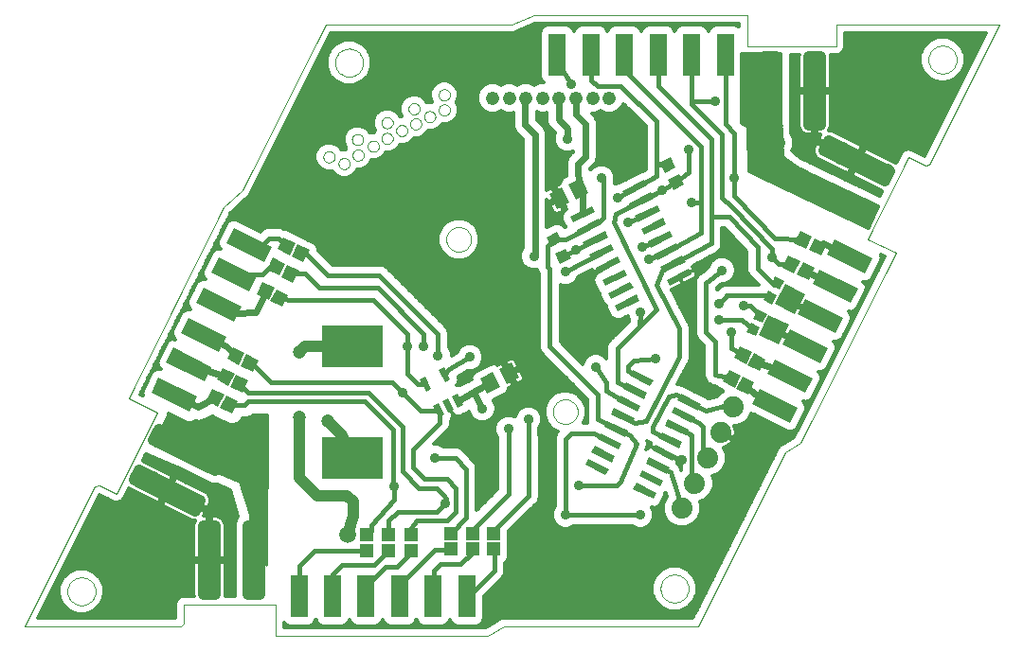
<source format=gbl>
G75*
%MOIN*%
%OFA0B0*%
%FSLAX24Y24*%
%IPPOS*%
%LPD*%
%AMOC8*
5,1,8,0,0,1.08239X$1,22.5*
%
%ADD10C,0.0000*%
%ADD11R,0.0236X0.0866*%
%ADD12R,0.0217X0.0472*%
%ADD13C,0.0476*%
%ADD14R,0.2165X0.1516*%
%ADD15C,0.0740*%
%ADD16R,0.0591X0.1496*%
%ADD17C,0.0394*%
%ADD18R,0.0512X0.0591*%
%ADD19R,0.0810X0.0240*%
%ADD20R,0.0472X0.0472*%
%ADD21R,0.0354X0.0354*%
%ADD22R,0.0787X0.0787*%
%ADD23R,0.0472X0.0472*%
%ADD24R,0.0394X0.0433*%
%ADD25C,0.0945*%
%ADD26C,0.0120*%
%ADD27C,0.0768*%
%ADD28C,0.0709*%
%ADD29C,0.0356*%
%ADD30C,0.0160*%
%ADD31C,0.0591*%
%ADD32C,0.0472*%
%ADD33C,0.0240*%
%ADD34C,0.0400*%
%ADD35C,0.0500*%
%ADD36C,0.0560*%
%ADD37C,0.0560*%
%ADD38C,0.0100*%
%ADD39C,0.0320*%
D10*
X001543Y001214D02*
X007057Y001214D01*
X007162Y001332D01*
X007163Y001992D01*
X010376Y001990D01*
X010370Y000897D01*
X017853Y000897D01*
X018407Y001214D01*
X025254Y001214D01*
X028315Y007336D01*
X028846Y007690D01*
X032212Y014373D01*
X031218Y014865D01*
X032655Y017739D01*
X033246Y017444D01*
X033393Y017483D01*
X035864Y022424D01*
X030103Y022423D01*
X030103Y022424D02*
X030103Y021647D01*
X026989Y021647D01*
X026989Y022739D01*
X019476Y022739D01*
X018689Y022424D01*
X012143Y022424D01*
X009220Y016568D01*
X008561Y015977D01*
X005204Y009265D01*
X006218Y008753D01*
X004781Y005889D01*
X004191Y006184D01*
X004004Y006145D01*
X001543Y001214D01*
X003060Y002453D02*
X003062Y002497D01*
X003068Y002541D01*
X003078Y002584D01*
X003091Y002626D01*
X003109Y002666D01*
X003130Y002705D01*
X003154Y002742D01*
X003181Y002777D01*
X003212Y002809D01*
X003245Y002838D01*
X003281Y002864D01*
X003319Y002886D01*
X003359Y002905D01*
X003400Y002921D01*
X003443Y002933D01*
X003486Y002941D01*
X003530Y002945D01*
X003574Y002945D01*
X003618Y002941D01*
X003661Y002933D01*
X003704Y002921D01*
X003745Y002905D01*
X003785Y002886D01*
X003823Y002864D01*
X003859Y002838D01*
X003892Y002809D01*
X003923Y002777D01*
X003950Y002742D01*
X003974Y002705D01*
X003995Y002666D01*
X004013Y002626D01*
X004026Y002584D01*
X004036Y002541D01*
X004042Y002497D01*
X004044Y002453D01*
X004042Y002409D01*
X004036Y002365D01*
X004026Y002322D01*
X004013Y002280D01*
X003995Y002240D01*
X003974Y002201D01*
X003950Y002164D01*
X003923Y002129D01*
X003892Y002097D01*
X003859Y002068D01*
X003823Y002042D01*
X003785Y002020D01*
X003745Y002001D01*
X003704Y001985D01*
X003661Y001973D01*
X003618Y001965D01*
X003574Y001961D01*
X003530Y001961D01*
X003486Y001965D01*
X003443Y001973D01*
X003400Y001985D01*
X003359Y002001D01*
X003319Y002020D01*
X003281Y002042D01*
X003245Y002068D01*
X003212Y002097D01*
X003181Y002129D01*
X003154Y002164D01*
X003130Y002201D01*
X003109Y002240D01*
X003091Y002280D01*
X003078Y002322D01*
X003068Y002365D01*
X003062Y002409D01*
X003060Y002453D01*
X016391Y014853D02*
X016393Y014894D01*
X016399Y014935D01*
X016409Y014975D01*
X016422Y015014D01*
X016439Y015051D01*
X016460Y015087D01*
X016484Y015121D01*
X016511Y015152D01*
X016540Y015180D01*
X016573Y015206D01*
X016607Y015228D01*
X016644Y015247D01*
X016682Y015262D01*
X016722Y015274D01*
X016762Y015282D01*
X016803Y015286D01*
X016845Y015286D01*
X016886Y015282D01*
X016926Y015274D01*
X016966Y015262D01*
X017004Y015247D01*
X017040Y015228D01*
X017075Y015206D01*
X017108Y015180D01*
X017137Y015152D01*
X017164Y015121D01*
X017188Y015087D01*
X017209Y015051D01*
X017226Y015014D01*
X017239Y014975D01*
X017249Y014935D01*
X017255Y014894D01*
X017257Y014853D01*
X017255Y014812D01*
X017249Y014771D01*
X017239Y014731D01*
X017226Y014692D01*
X017209Y014655D01*
X017188Y014619D01*
X017164Y014585D01*
X017137Y014554D01*
X017108Y014526D01*
X017075Y014500D01*
X017041Y014478D01*
X017004Y014459D01*
X016966Y014444D01*
X016926Y014432D01*
X016886Y014424D01*
X016845Y014420D01*
X016803Y014420D01*
X016762Y014424D01*
X016722Y014432D01*
X016682Y014444D01*
X016644Y014459D01*
X016608Y014478D01*
X016573Y014500D01*
X016540Y014526D01*
X016511Y014554D01*
X016484Y014585D01*
X016460Y014619D01*
X016439Y014655D01*
X016422Y014692D01*
X016409Y014731D01*
X016399Y014771D01*
X016393Y014812D01*
X016391Y014853D01*
X012596Y017523D02*
X012598Y017550D01*
X012604Y017577D01*
X012613Y017603D01*
X012626Y017627D01*
X012642Y017650D01*
X012661Y017669D01*
X012683Y017686D01*
X012707Y017700D01*
X012732Y017710D01*
X012759Y017717D01*
X012786Y017720D01*
X012814Y017719D01*
X012841Y017714D01*
X012867Y017706D01*
X012891Y017694D01*
X012914Y017678D01*
X012935Y017660D01*
X012952Y017639D01*
X012967Y017615D01*
X012978Y017590D01*
X012986Y017564D01*
X012990Y017537D01*
X012990Y017509D01*
X012986Y017482D01*
X012978Y017456D01*
X012967Y017431D01*
X012952Y017407D01*
X012935Y017386D01*
X012914Y017368D01*
X012892Y017352D01*
X012867Y017340D01*
X012841Y017332D01*
X012814Y017327D01*
X012786Y017326D01*
X012759Y017329D01*
X012732Y017336D01*
X012707Y017346D01*
X012683Y017360D01*
X012661Y017377D01*
X012642Y017396D01*
X012626Y017419D01*
X012613Y017443D01*
X012604Y017469D01*
X012598Y017496D01*
X012596Y017523D01*
X012065Y017759D02*
X012067Y017786D01*
X012073Y017813D01*
X012082Y017839D01*
X012095Y017863D01*
X012111Y017886D01*
X012130Y017905D01*
X012152Y017922D01*
X012176Y017936D01*
X012201Y017946D01*
X012228Y017953D01*
X012255Y017956D01*
X012283Y017955D01*
X012310Y017950D01*
X012336Y017942D01*
X012360Y017930D01*
X012383Y017914D01*
X012404Y017896D01*
X012421Y017875D01*
X012436Y017851D01*
X012447Y017826D01*
X012455Y017800D01*
X012459Y017773D01*
X012459Y017745D01*
X012455Y017718D01*
X012447Y017692D01*
X012436Y017667D01*
X012421Y017643D01*
X012404Y017622D01*
X012383Y017604D01*
X012361Y017588D01*
X012336Y017576D01*
X012310Y017568D01*
X012283Y017563D01*
X012255Y017562D01*
X012228Y017565D01*
X012201Y017572D01*
X012176Y017582D01*
X012152Y017596D01*
X012130Y017613D01*
X012111Y017632D01*
X012095Y017655D01*
X012082Y017679D01*
X012073Y017705D01*
X012067Y017732D01*
X012065Y017759D01*
X013088Y017818D02*
X013090Y017845D01*
X013096Y017872D01*
X013105Y017898D01*
X013118Y017922D01*
X013134Y017945D01*
X013153Y017964D01*
X013175Y017981D01*
X013199Y017995D01*
X013224Y018005D01*
X013251Y018012D01*
X013278Y018015D01*
X013306Y018014D01*
X013333Y018009D01*
X013359Y018001D01*
X013383Y017989D01*
X013406Y017973D01*
X013427Y017955D01*
X013444Y017934D01*
X013459Y017910D01*
X013470Y017885D01*
X013478Y017859D01*
X013482Y017832D01*
X013482Y017804D01*
X013478Y017777D01*
X013470Y017751D01*
X013459Y017726D01*
X013444Y017702D01*
X013427Y017681D01*
X013406Y017663D01*
X013384Y017647D01*
X013359Y017635D01*
X013333Y017627D01*
X013306Y017622D01*
X013278Y017621D01*
X013251Y017624D01*
X013224Y017631D01*
X013199Y017641D01*
X013175Y017655D01*
X013153Y017672D01*
X013134Y017691D01*
X013118Y017714D01*
X013105Y017738D01*
X013096Y017764D01*
X013090Y017791D01*
X013088Y017818D01*
X013620Y018133D02*
X013622Y018160D01*
X013628Y018187D01*
X013637Y018213D01*
X013650Y018237D01*
X013666Y018260D01*
X013685Y018279D01*
X013707Y018296D01*
X013731Y018310D01*
X013756Y018320D01*
X013783Y018327D01*
X013810Y018330D01*
X013838Y018329D01*
X013865Y018324D01*
X013891Y018316D01*
X013915Y018304D01*
X013938Y018288D01*
X013959Y018270D01*
X013976Y018249D01*
X013991Y018225D01*
X014002Y018200D01*
X014010Y018174D01*
X014014Y018147D01*
X014014Y018119D01*
X014010Y018092D01*
X014002Y018066D01*
X013991Y018041D01*
X013976Y018017D01*
X013959Y017996D01*
X013938Y017978D01*
X013916Y017962D01*
X013891Y017950D01*
X013865Y017942D01*
X013838Y017937D01*
X013810Y017936D01*
X013783Y017939D01*
X013756Y017946D01*
X013731Y017956D01*
X013707Y017970D01*
X013685Y017987D01*
X013666Y018006D01*
X013650Y018029D01*
X013637Y018053D01*
X013628Y018079D01*
X013622Y018106D01*
X013620Y018133D01*
X013068Y018369D02*
X013070Y018396D01*
X013076Y018423D01*
X013085Y018449D01*
X013098Y018473D01*
X013114Y018496D01*
X013133Y018515D01*
X013155Y018532D01*
X013179Y018546D01*
X013204Y018556D01*
X013231Y018563D01*
X013258Y018566D01*
X013286Y018565D01*
X013313Y018560D01*
X013339Y018552D01*
X013363Y018540D01*
X013386Y018524D01*
X013407Y018506D01*
X013424Y018485D01*
X013439Y018461D01*
X013450Y018436D01*
X013458Y018410D01*
X013462Y018383D01*
X013462Y018355D01*
X013458Y018328D01*
X013450Y018302D01*
X013439Y018277D01*
X013424Y018253D01*
X013407Y018232D01*
X013386Y018214D01*
X013364Y018198D01*
X013339Y018186D01*
X013313Y018178D01*
X013286Y018173D01*
X013258Y018172D01*
X013231Y018175D01*
X013204Y018182D01*
X013179Y018192D01*
X013155Y018206D01*
X013133Y018223D01*
X013114Y018242D01*
X013098Y018265D01*
X013085Y018289D01*
X013076Y018315D01*
X013070Y018342D01*
X013068Y018369D01*
X014112Y018408D02*
X014114Y018435D01*
X014120Y018462D01*
X014129Y018488D01*
X014142Y018512D01*
X014158Y018535D01*
X014177Y018554D01*
X014199Y018571D01*
X014223Y018585D01*
X014248Y018595D01*
X014275Y018602D01*
X014302Y018605D01*
X014330Y018604D01*
X014357Y018599D01*
X014383Y018591D01*
X014407Y018579D01*
X014430Y018563D01*
X014451Y018545D01*
X014468Y018524D01*
X014483Y018500D01*
X014494Y018475D01*
X014502Y018449D01*
X014506Y018422D01*
X014506Y018394D01*
X014502Y018367D01*
X014494Y018341D01*
X014483Y018316D01*
X014468Y018292D01*
X014451Y018271D01*
X014430Y018253D01*
X014408Y018237D01*
X014383Y018225D01*
X014357Y018217D01*
X014330Y018212D01*
X014302Y018211D01*
X014275Y018214D01*
X014248Y018221D01*
X014223Y018231D01*
X014199Y018245D01*
X014177Y018262D01*
X014158Y018281D01*
X014142Y018304D01*
X014129Y018328D01*
X014120Y018354D01*
X014114Y018381D01*
X014112Y018408D01*
X014624Y018684D02*
X014626Y018711D01*
X014632Y018738D01*
X014641Y018764D01*
X014654Y018788D01*
X014670Y018811D01*
X014689Y018830D01*
X014711Y018847D01*
X014735Y018861D01*
X014760Y018871D01*
X014787Y018878D01*
X014814Y018881D01*
X014842Y018880D01*
X014869Y018875D01*
X014895Y018867D01*
X014919Y018855D01*
X014942Y018839D01*
X014963Y018821D01*
X014980Y018800D01*
X014995Y018776D01*
X015006Y018751D01*
X015014Y018725D01*
X015018Y018698D01*
X015018Y018670D01*
X015014Y018643D01*
X015006Y018617D01*
X014995Y018592D01*
X014980Y018568D01*
X014963Y018547D01*
X014942Y018529D01*
X014920Y018513D01*
X014895Y018501D01*
X014869Y018493D01*
X014842Y018488D01*
X014814Y018487D01*
X014787Y018490D01*
X014760Y018497D01*
X014735Y018507D01*
X014711Y018521D01*
X014689Y018538D01*
X014670Y018557D01*
X014654Y018580D01*
X014641Y018604D01*
X014632Y018630D01*
X014626Y018657D01*
X014624Y018684D01*
X014112Y018960D02*
X014114Y018987D01*
X014120Y019014D01*
X014129Y019040D01*
X014142Y019064D01*
X014158Y019087D01*
X014177Y019106D01*
X014199Y019123D01*
X014223Y019137D01*
X014248Y019147D01*
X014275Y019154D01*
X014302Y019157D01*
X014330Y019156D01*
X014357Y019151D01*
X014383Y019143D01*
X014407Y019131D01*
X014430Y019115D01*
X014451Y019097D01*
X014468Y019076D01*
X014483Y019052D01*
X014494Y019027D01*
X014502Y019001D01*
X014506Y018974D01*
X014506Y018946D01*
X014502Y018919D01*
X014494Y018893D01*
X014483Y018868D01*
X014468Y018844D01*
X014451Y018823D01*
X014430Y018805D01*
X014408Y018789D01*
X014383Y018777D01*
X014357Y018769D01*
X014330Y018764D01*
X014302Y018763D01*
X014275Y018766D01*
X014248Y018773D01*
X014223Y018783D01*
X014199Y018797D01*
X014177Y018814D01*
X014158Y018833D01*
X014142Y018856D01*
X014129Y018880D01*
X014120Y018906D01*
X014114Y018933D01*
X014112Y018960D01*
X015057Y019452D02*
X015059Y019479D01*
X015065Y019506D01*
X015074Y019532D01*
X015087Y019556D01*
X015103Y019579D01*
X015122Y019598D01*
X015144Y019615D01*
X015168Y019629D01*
X015193Y019639D01*
X015220Y019646D01*
X015247Y019649D01*
X015275Y019648D01*
X015302Y019643D01*
X015328Y019635D01*
X015352Y019623D01*
X015375Y019607D01*
X015396Y019589D01*
X015413Y019568D01*
X015428Y019544D01*
X015439Y019519D01*
X015447Y019493D01*
X015451Y019466D01*
X015451Y019438D01*
X015447Y019411D01*
X015439Y019385D01*
X015428Y019360D01*
X015413Y019336D01*
X015396Y019315D01*
X015375Y019297D01*
X015353Y019281D01*
X015328Y019269D01*
X015302Y019261D01*
X015275Y019256D01*
X015247Y019255D01*
X015220Y019258D01*
X015193Y019265D01*
X015168Y019275D01*
X015144Y019289D01*
X015122Y019306D01*
X015103Y019325D01*
X015087Y019348D01*
X015074Y019372D01*
X015065Y019398D01*
X015059Y019425D01*
X015057Y019452D01*
X015116Y018920D02*
X015118Y018947D01*
X015124Y018974D01*
X015133Y019000D01*
X015146Y019024D01*
X015162Y019047D01*
X015181Y019066D01*
X015203Y019083D01*
X015227Y019097D01*
X015252Y019107D01*
X015279Y019114D01*
X015306Y019117D01*
X015334Y019116D01*
X015361Y019111D01*
X015387Y019103D01*
X015411Y019091D01*
X015434Y019075D01*
X015455Y019057D01*
X015472Y019036D01*
X015487Y019012D01*
X015498Y018987D01*
X015506Y018961D01*
X015510Y018934D01*
X015510Y018906D01*
X015506Y018879D01*
X015498Y018853D01*
X015487Y018828D01*
X015472Y018804D01*
X015455Y018783D01*
X015434Y018765D01*
X015412Y018749D01*
X015387Y018737D01*
X015361Y018729D01*
X015334Y018724D01*
X015306Y018723D01*
X015279Y018726D01*
X015252Y018733D01*
X015227Y018743D01*
X015203Y018757D01*
X015181Y018774D01*
X015162Y018793D01*
X015146Y018816D01*
X015133Y018840D01*
X015124Y018866D01*
X015118Y018893D01*
X015116Y018920D01*
X015608Y019176D02*
X015610Y019203D01*
X015616Y019230D01*
X015625Y019256D01*
X015638Y019280D01*
X015654Y019303D01*
X015673Y019322D01*
X015695Y019339D01*
X015719Y019353D01*
X015744Y019363D01*
X015771Y019370D01*
X015798Y019373D01*
X015826Y019372D01*
X015853Y019367D01*
X015879Y019359D01*
X015903Y019347D01*
X015926Y019331D01*
X015947Y019313D01*
X015964Y019292D01*
X015979Y019268D01*
X015990Y019243D01*
X015998Y019217D01*
X016002Y019190D01*
X016002Y019162D01*
X015998Y019135D01*
X015990Y019109D01*
X015979Y019084D01*
X015964Y019060D01*
X015947Y019039D01*
X015926Y019021D01*
X015904Y019005D01*
X015879Y018993D01*
X015853Y018985D01*
X015826Y018980D01*
X015798Y018979D01*
X015771Y018982D01*
X015744Y018989D01*
X015719Y018999D01*
X015695Y019013D01*
X015673Y019030D01*
X015654Y019049D01*
X015638Y019072D01*
X015625Y019096D01*
X015616Y019122D01*
X015610Y019149D01*
X015608Y019176D01*
X016120Y019412D02*
X016122Y019439D01*
X016128Y019466D01*
X016137Y019492D01*
X016150Y019516D01*
X016166Y019539D01*
X016185Y019558D01*
X016207Y019575D01*
X016231Y019589D01*
X016256Y019599D01*
X016283Y019606D01*
X016310Y019609D01*
X016338Y019608D01*
X016365Y019603D01*
X016391Y019595D01*
X016415Y019583D01*
X016438Y019567D01*
X016459Y019549D01*
X016476Y019528D01*
X016491Y019504D01*
X016502Y019479D01*
X016510Y019453D01*
X016514Y019426D01*
X016514Y019398D01*
X016510Y019371D01*
X016502Y019345D01*
X016491Y019320D01*
X016476Y019296D01*
X016459Y019275D01*
X016438Y019257D01*
X016416Y019241D01*
X016391Y019229D01*
X016365Y019221D01*
X016338Y019216D01*
X016310Y019215D01*
X016283Y019218D01*
X016256Y019225D01*
X016231Y019235D01*
X016207Y019249D01*
X016185Y019266D01*
X016166Y019285D01*
X016150Y019308D01*
X016137Y019332D01*
X016128Y019358D01*
X016122Y019385D01*
X016120Y019412D01*
X016120Y019944D02*
X016122Y019971D01*
X016128Y019998D01*
X016137Y020024D01*
X016150Y020048D01*
X016166Y020071D01*
X016185Y020090D01*
X016207Y020107D01*
X016231Y020121D01*
X016256Y020131D01*
X016283Y020138D01*
X016310Y020141D01*
X016338Y020140D01*
X016365Y020135D01*
X016391Y020127D01*
X016415Y020115D01*
X016438Y020099D01*
X016459Y020081D01*
X016476Y020060D01*
X016491Y020036D01*
X016502Y020011D01*
X016510Y019985D01*
X016514Y019958D01*
X016514Y019930D01*
X016510Y019903D01*
X016502Y019877D01*
X016491Y019852D01*
X016476Y019828D01*
X016459Y019807D01*
X016438Y019789D01*
X016416Y019773D01*
X016391Y019761D01*
X016365Y019753D01*
X016338Y019748D01*
X016310Y019747D01*
X016283Y019750D01*
X016256Y019757D01*
X016231Y019767D01*
X016207Y019781D01*
X016185Y019798D01*
X016166Y019817D01*
X016150Y019840D01*
X016137Y019864D01*
X016128Y019890D01*
X016122Y019917D01*
X016120Y019944D01*
X012478Y021079D02*
X012480Y021123D01*
X012486Y021167D01*
X012496Y021210D01*
X012509Y021252D01*
X012527Y021292D01*
X012548Y021331D01*
X012572Y021368D01*
X012599Y021403D01*
X012630Y021435D01*
X012663Y021464D01*
X012699Y021490D01*
X012737Y021512D01*
X012777Y021531D01*
X012818Y021547D01*
X012861Y021559D01*
X012904Y021567D01*
X012948Y021571D01*
X012992Y021571D01*
X013036Y021567D01*
X013079Y021559D01*
X013122Y021547D01*
X013163Y021531D01*
X013203Y021512D01*
X013241Y021490D01*
X013277Y021464D01*
X013310Y021435D01*
X013341Y021403D01*
X013368Y021368D01*
X013392Y021331D01*
X013413Y021292D01*
X013431Y021252D01*
X013444Y021210D01*
X013454Y021167D01*
X013460Y021123D01*
X013462Y021079D01*
X013460Y021035D01*
X013454Y020991D01*
X013444Y020948D01*
X013431Y020906D01*
X013413Y020866D01*
X013392Y020827D01*
X013368Y020790D01*
X013341Y020755D01*
X013310Y020723D01*
X013277Y020694D01*
X013241Y020668D01*
X013203Y020646D01*
X013163Y020627D01*
X013122Y020611D01*
X013079Y020599D01*
X013036Y020591D01*
X012992Y020587D01*
X012948Y020587D01*
X012904Y020591D01*
X012861Y020599D01*
X012818Y020611D01*
X012777Y020627D01*
X012737Y020646D01*
X012699Y020668D01*
X012663Y020694D01*
X012630Y020723D01*
X012599Y020755D01*
X012572Y020790D01*
X012548Y020827D01*
X012527Y020866D01*
X012509Y020906D01*
X012496Y020948D01*
X012486Y020991D01*
X012480Y021035D01*
X012478Y021079D01*
X020144Y008781D02*
X020146Y008822D01*
X020152Y008863D01*
X020162Y008903D01*
X020175Y008942D01*
X020192Y008979D01*
X020213Y009015D01*
X020237Y009049D01*
X020264Y009080D01*
X020293Y009108D01*
X020326Y009134D01*
X020360Y009156D01*
X020397Y009175D01*
X020435Y009190D01*
X020475Y009202D01*
X020515Y009210D01*
X020556Y009214D01*
X020598Y009214D01*
X020639Y009210D01*
X020679Y009202D01*
X020719Y009190D01*
X020757Y009175D01*
X020793Y009156D01*
X020828Y009134D01*
X020861Y009108D01*
X020890Y009080D01*
X020917Y009049D01*
X020941Y009015D01*
X020962Y008979D01*
X020979Y008942D01*
X020992Y008903D01*
X021002Y008863D01*
X021008Y008822D01*
X021010Y008781D01*
X021008Y008740D01*
X021002Y008699D01*
X020992Y008659D01*
X020979Y008620D01*
X020962Y008583D01*
X020941Y008547D01*
X020917Y008513D01*
X020890Y008482D01*
X020861Y008454D01*
X020828Y008428D01*
X020794Y008406D01*
X020757Y008387D01*
X020719Y008372D01*
X020679Y008360D01*
X020639Y008352D01*
X020598Y008348D01*
X020556Y008348D01*
X020515Y008352D01*
X020475Y008360D01*
X020435Y008372D01*
X020397Y008387D01*
X020361Y008406D01*
X020326Y008428D01*
X020293Y008454D01*
X020264Y008482D01*
X020237Y008513D01*
X020213Y008547D01*
X020192Y008583D01*
X020175Y008620D01*
X020162Y008659D01*
X020152Y008699D01*
X020146Y008740D01*
X020144Y008781D01*
X023929Y002550D02*
X023931Y002594D01*
X023937Y002638D01*
X023947Y002681D01*
X023960Y002723D01*
X023978Y002763D01*
X023999Y002802D01*
X024023Y002839D01*
X024050Y002874D01*
X024081Y002906D01*
X024114Y002935D01*
X024150Y002961D01*
X024188Y002983D01*
X024228Y003002D01*
X024269Y003018D01*
X024312Y003030D01*
X024355Y003038D01*
X024399Y003042D01*
X024443Y003042D01*
X024487Y003038D01*
X024530Y003030D01*
X024573Y003018D01*
X024614Y003002D01*
X024654Y002983D01*
X024692Y002961D01*
X024728Y002935D01*
X024761Y002906D01*
X024792Y002874D01*
X024819Y002839D01*
X024843Y002802D01*
X024864Y002763D01*
X024882Y002723D01*
X024895Y002681D01*
X024905Y002638D01*
X024911Y002594D01*
X024913Y002550D01*
X024911Y002506D01*
X024905Y002462D01*
X024895Y002419D01*
X024882Y002377D01*
X024864Y002337D01*
X024843Y002298D01*
X024819Y002261D01*
X024792Y002226D01*
X024761Y002194D01*
X024728Y002165D01*
X024692Y002139D01*
X024654Y002117D01*
X024614Y002098D01*
X024573Y002082D01*
X024530Y002070D01*
X024487Y002062D01*
X024443Y002058D01*
X024399Y002058D01*
X024355Y002062D01*
X024312Y002070D01*
X024269Y002082D01*
X024228Y002098D01*
X024188Y002117D01*
X024150Y002139D01*
X024114Y002165D01*
X024081Y002194D01*
X024050Y002226D01*
X024023Y002261D01*
X023999Y002298D01*
X023978Y002337D01*
X023960Y002377D01*
X023947Y002419D01*
X023937Y002462D01*
X023931Y002506D01*
X023929Y002550D01*
X033359Y021185D02*
X033361Y021229D01*
X033367Y021273D01*
X033377Y021316D01*
X033390Y021358D01*
X033408Y021398D01*
X033429Y021437D01*
X033453Y021474D01*
X033480Y021509D01*
X033511Y021541D01*
X033544Y021570D01*
X033580Y021596D01*
X033618Y021618D01*
X033658Y021637D01*
X033699Y021653D01*
X033742Y021665D01*
X033785Y021673D01*
X033829Y021677D01*
X033873Y021677D01*
X033917Y021673D01*
X033960Y021665D01*
X034003Y021653D01*
X034044Y021637D01*
X034084Y021618D01*
X034122Y021596D01*
X034158Y021570D01*
X034191Y021541D01*
X034222Y021509D01*
X034249Y021474D01*
X034273Y021437D01*
X034294Y021398D01*
X034312Y021358D01*
X034325Y021316D01*
X034335Y021273D01*
X034341Y021229D01*
X034343Y021185D01*
X034341Y021141D01*
X034335Y021097D01*
X034325Y021054D01*
X034312Y021012D01*
X034294Y020972D01*
X034273Y020933D01*
X034249Y020896D01*
X034222Y020861D01*
X034191Y020829D01*
X034158Y020800D01*
X034122Y020774D01*
X034084Y020752D01*
X034044Y020733D01*
X034003Y020717D01*
X033960Y020705D01*
X033917Y020697D01*
X033873Y020693D01*
X033829Y020693D01*
X033785Y020697D01*
X033742Y020705D01*
X033699Y020717D01*
X033658Y020733D01*
X033618Y020752D01*
X033580Y020774D01*
X033544Y020800D01*
X033511Y020829D01*
X033480Y020861D01*
X033453Y020896D01*
X033429Y020933D01*
X033408Y020972D01*
X033390Y021012D01*
X033377Y021054D01*
X033367Y021097D01*
X033361Y021141D01*
X033359Y021185D01*
D11*
G36*
X023357Y015012D02*
X023251Y015223D01*
X024025Y015610D01*
X024131Y015399D01*
X023357Y015012D01*
G37*
G36*
X023581Y014565D02*
X023475Y014776D01*
X024249Y015163D01*
X024355Y014952D01*
X023581Y014565D01*
G37*
G36*
X023805Y014117D02*
X023699Y014328D01*
X024473Y014715D01*
X024579Y014504D01*
X023805Y014117D01*
G37*
G36*
X024029Y013670D02*
X023923Y013881D01*
X024697Y014268D01*
X024803Y014057D01*
X024029Y013670D01*
G37*
G36*
X024253Y013223D02*
X024147Y013434D01*
X024921Y013821D01*
X025027Y013610D01*
X024253Y013223D01*
G37*
G36*
X022422Y012307D02*
X022316Y012518D01*
X023090Y012905D01*
X023196Y012694D01*
X022422Y012307D01*
G37*
G36*
X022198Y012754D02*
X022092Y012965D01*
X022866Y013352D01*
X022972Y013141D01*
X022198Y012754D01*
G37*
G36*
X021975Y013201D02*
X021869Y013412D01*
X022643Y013799D01*
X022749Y013588D01*
X021975Y013201D01*
G37*
G36*
X021751Y013648D02*
X021645Y013859D01*
X022419Y014246D01*
X022525Y014035D01*
X021751Y013648D01*
G37*
G36*
X021527Y014095D02*
X021421Y014306D01*
X022195Y014693D01*
X022301Y014482D01*
X021527Y014095D01*
G37*
G36*
X021303Y014542D02*
X021197Y014753D01*
X021971Y015140D01*
X022077Y014929D01*
X021303Y014542D01*
G37*
G36*
X021079Y014989D02*
X020973Y015200D01*
X021747Y015587D01*
X021853Y015376D01*
X021079Y014989D01*
G37*
G36*
X020855Y015436D02*
X020749Y015647D01*
X021523Y016034D01*
X021629Y015823D01*
X020855Y015436D01*
G37*
G36*
X022686Y016353D02*
X022580Y016564D01*
X023354Y016951D01*
X023460Y016740D01*
X022686Y016353D01*
G37*
G36*
X022910Y015906D02*
X022804Y016117D01*
X023578Y016504D01*
X023684Y016293D01*
X022910Y015906D01*
G37*
G36*
X023134Y015459D02*
X023028Y015670D01*
X023802Y016057D01*
X023908Y015846D01*
X023134Y015459D01*
G37*
D12*
G36*
X016129Y010242D02*
X016322Y010339D01*
X016533Y009918D01*
X016340Y009821D01*
X016129Y010242D01*
G37*
G36*
X015460Y009907D02*
X015653Y010004D01*
X015864Y009583D01*
X015671Y009486D01*
X015460Y009907D01*
G37*
G36*
X015919Y008992D02*
X016112Y009089D01*
X016323Y008668D01*
X016130Y008571D01*
X015919Y008992D01*
G37*
G36*
X016253Y009159D02*
X016446Y009256D01*
X016657Y008835D01*
X016464Y008738D01*
X016253Y009159D01*
G37*
G36*
X016588Y009327D02*
X016781Y009424D01*
X016992Y009003D01*
X016799Y008906D01*
X016588Y009327D01*
G37*
D13*
X018013Y019831D03*
X018604Y019831D03*
X019194Y019831D03*
X019785Y019831D03*
X020356Y019831D03*
X020946Y019831D03*
X021537Y019831D03*
X022127Y019831D03*
D14*
X013094Y011074D03*
X013094Y007157D03*
D15*
X024679Y005374D03*
X025133Y006265D03*
X025587Y007156D03*
X026041Y008047D03*
X026495Y008938D03*
D16*
G36*
X028754Y008905D02*
X028490Y008378D01*
X027154Y009047D01*
X027418Y009574D01*
X028754Y008905D01*
G37*
G36*
X029283Y009962D02*
X029019Y009435D01*
X027683Y010104D01*
X027947Y010631D01*
X029283Y009962D01*
G37*
G36*
X029812Y011018D02*
X029548Y010491D01*
X028212Y011160D01*
X028476Y011687D01*
X029812Y011018D01*
G37*
G36*
X030341Y012074D02*
X030077Y011547D01*
X028741Y012216D01*
X029005Y012743D01*
X030341Y012074D01*
G37*
G36*
X030869Y013130D02*
X030605Y012603D01*
X029269Y013272D01*
X029533Y013799D01*
X030869Y013130D01*
G37*
G36*
X031398Y014186D02*
X031134Y013659D01*
X029798Y014328D01*
X030062Y014855D01*
X031398Y014186D01*
G37*
X026202Y021364D03*
X025021Y021364D03*
X023840Y021364D03*
X022659Y021364D03*
X021477Y021364D03*
X020296Y021364D03*
G36*
X008649Y014734D02*
X008913Y015261D01*
X010249Y014592D01*
X009985Y014065D01*
X008649Y014734D01*
G37*
G36*
X008120Y013677D02*
X008384Y014204D01*
X009720Y013535D01*
X009456Y013008D01*
X008120Y013677D01*
G37*
G36*
X007591Y012621D02*
X007855Y013148D01*
X009191Y012479D01*
X008927Y011952D01*
X007591Y012621D01*
G37*
G36*
X007062Y011565D02*
X007326Y012092D01*
X008662Y011423D01*
X008398Y010896D01*
X007062Y011565D01*
G37*
G36*
X006533Y010509D02*
X006797Y011036D01*
X008133Y010367D01*
X007869Y009840D01*
X006533Y010509D01*
G37*
G36*
X006004Y009453D02*
X006268Y009980D01*
X007604Y009311D01*
X007340Y008784D01*
X006004Y009453D01*
G37*
X011205Y002277D03*
X012386Y002277D03*
X013567Y002277D03*
X014748Y002277D03*
X015929Y002277D03*
X017110Y002277D03*
D17*
X009432Y002366D02*
X009432Y004766D01*
X009824Y004766D01*
X009824Y002366D01*
X009432Y002366D01*
X009432Y002759D02*
X009824Y002759D01*
X009824Y003152D02*
X009432Y003152D01*
X009432Y003545D02*
X009824Y003545D01*
X009824Y003938D02*
X009432Y003938D01*
X009432Y004331D02*
X009824Y004331D01*
X009824Y004724D02*
X009432Y004724D01*
X007858Y004746D02*
X007858Y002346D01*
X007858Y004746D02*
X008250Y004746D01*
X008250Y002346D01*
X007858Y002346D01*
X007858Y002739D02*
X008250Y002739D01*
X008250Y003132D02*
X007858Y003132D01*
X007858Y003525D02*
X008250Y003525D01*
X008250Y003918D02*
X007858Y003918D01*
X007858Y004311D02*
X008250Y004311D01*
X008250Y004704D02*
X007858Y004704D01*
X007728Y005650D02*
X005583Y006724D01*
X007728Y005650D02*
X007553Y005300D01*
X005408Y006374D01*
X005583Y006724D01*
X006768Y005693D02*
X007642Y005693D01*
X006857Y006086D02*
X005983Y006086D01*
X006072Y006479D02*
X005461Y006479D01*
X006271Y008141D02*
X008416Y007067D01*
X008241Y006717D01*
X006096Y007791D01*
X006271Y008141D01*
X007456Y007110D02*
X008330Y007110D01*
X007545Y007503D02*
X006671Y007503D01*
X006760Y007896D02*
X006149Y007896D01*
X027976Y018873D02*
X027976Y021273D01*
X027976Y018873D02*
X027584Y018873D01*
X027584Y021273D01*
X027976Y021273D01*
X027976Y019266D02*
X027584Y019266D01*
X027584Y019659D02*
X027976Y019659D01*
X027976Y020052D02*
X027584Y020052D01*
X027584Y020445D02*
X027976Y020445D01*
X027976Y020838D02*
X027584Y020838D01*
X027584Y021231D02*
X027976Y021231D01*
X029551Y021293D02*
X029551Y018893D01*
X029159Y018893D01*
X029159Y021293D01*
X029551Y021293D01*
X029551Y019286D02*
X029159Y019286D01*
X029159Y019679D02*
X029551Y019679D01*
X029551Y020072D02*
X029159Y020072D01*
X029159Y020465D02*
X029551Y020465D01*
X029551Y020858D02*
X029159Y020858D01*
X029159Y021251D02*
X029551Y021251D01*
X029675Y017983D02*
X031820Y016909D01*
X029675Y017983D02*
X029850Y018333D01*
X031995Y017259D01*
X031820Y016909D01*
X031909Y017302D02*
X031035Y017302D01*
X031124Y017695D02*
X030250Y017695D01*
X030339Y018088D02*
X029728Y018088D01*
X028987Y016566D02*
X031132Y015492D01*
X028987Y016566D02*
X029162Y016916D01*
X031307Y015842D01*
X031132Y015492D01*
X031221Y015885D02*
X030347Y015885D01*
X030436Y016278D02*
X029562Y016278D01*
X029651Y016671D02*
X029040Y016671D01*
D18*
G36*
X020681Y016778D02*
X021137Y017007D01*
X021401Y016480D01*
X020945Y016251D01*
X020681Y016778D01*
G37*
G36*
X020012Y016443D02*
X020468Y016672D01*
X020732Y016145D01*
X020276Y015916D01*
X020012Y016443D01*
G37*
G36*
X018959Y009979D02*
X018503Y009750D01*
X018239Y010277D01*
X018695Y010506D01*
X018959Y009979D01*
G37*
G36*
X018290Y009644D02*
X017834Y009415D01*
X017570Y009942D01*
X018026Y010171D01*
X018290Y009644D01*
G37*
D19*
G36*
X021832Y008018D02*
X022555Y007656D01*
X022448Y007442D01*
X021725Y007804D01*
X021832Y008018D01*
G37*
G36*
X022055Y008465D02*
X022778Y008103D01*
X022671Y007889D01*
X021948Y008251D01*
X022055Y008465D01*
G37*
G36*
X022279Y008912D02*
X023002Y008550D01*
X022895Y008336D01*
X022172Y008698D01*
X022279Y008912D01*
G37*
G36*
X022503Y009359D02*
X023226Y008997D01*
X023119Y008783D01*
X022396Y009145D01*
X022503Y009359D01*
G37*
G36*
X022727Y009806D02*
X023450Y009444D01*
X023343Y009230D01*
X022620Y009592D01*
X022727Y009806D01*
G37*
G36*
X022951Y010253D02*
X023674Y009891D01*
X023567Y009677D01*
X022844Y010039D01*
X022951Y010253D01*
G37*
G36*
X024641Y009407D02*
X025364Y009045D01*
X025257Y008831D01*
X024534Y009193D01*
X024641Y009407D01*
G37*
G36*
X024417Y008960D02*
X025140Y008598D01*
X025033Y008384D01*
X024310Y008746D01*
X024417Y008960D01*
G37*
G36*
X024193Y008513D02*
X024916Y008151D01*
X024809Y007937D01*
X024086Y008299D01*
X024193Y008513D01*
G37*
G36*
X023969Y008065D02*
X024692Y007703D01*
X024585Y007489D01*
X023862Y007851D01*
X023969Y008065D01*
G37*
G36*
X023745Y007618D02*
X024468Y007256D01*
X024361Y007042D01*
X023638Y007404D01*
X023745Y007618D01*
G37*
G36*
X023522Y007171D02*
X024245Y006809D01*
X024138Y006595D01*
X023415Y006957D01*
X023522Y007171D01*
G37*
G36*
X023298Y006724D02*
X024021Y006362D01*
X023914Y006148D01*
X023191Y006510D01*
X023298Y006724D01*
G37*
G36*
X023074Y006277D02*
X023797Y005915D01*
X023690Y005701D01*
X022967Y006063D01*
X023074Y006277D01*
G37*
G36*
X021384Y007123D02*
X022107Y006761D01*
X022000Y006547D01*
X021277Y006909D01*
X021384Y007123D01*
G37*
G36*
X021608Y007571D02*
X022331Y007209D01*
X022224Y006995D01*
X021501Y007357D01*
X021608Y007571D01*
G37*
D20*
G36*
X026545Y009634D02*
X026124Y009845D01*
X026335Y010266D01*
X026756Y010055D01*
X026545Y009634D01*
G37*
G36*
X027020Y009382D02*
X026599Y009593D01*
X026810Y010014D01*
X027231Y009803D01*
X027020Y009382D01*
G37*
G36*
X027419Y010213D02*
X026998Y010424D01*
X027209Y010845D01*
X027630Y010634D01*
X027419Y010213D01*
G37*
G36*
X026944Y010465D02*
X026523Y010676D01*
X026734Y011097D01*
X027155Y010886D01*
X026944Y010465D01*
G37*
G36*
X029147Y013415D02*
X028726Y013626D01*
X028937Y014047D01*
X029358Y013836D01*
X029147Y013415D01*
G37*
G36*
X028629Y013655D02*
X028208Y013866D01*
X028419Y014287D01*
X028840Y014076D01*
X028629Y013655D01*
G37*
G36*
X029569Y014268D02*
X029148Y014479D01*
X029359Y014900D01*
X029780Y014689D01*
X029569Y014268D01*
G37*
G36*
X029055Y014520D02*
X028634Y014731D01*
X028845Y015152D01*
X029266Y014941D01*
X029055Y014520D01*
G37*
G36*
X011151Y014684D02*
X011572Y014473D01*
X011361Y014052D01*
X010940Y014263D01*
X011151Y014684D01*
G37*
G36*
X010664Y014932D02*
X011085Y014721D01*
X010874Y014300D01*
X010453Y014511D01*
X010664Y014932D01*
G37*
G36*
X010299Y014203D02*
X010720Y013992D01*
X010509Y013571D01*
X010088Y013782D01*
X010299Y014203D01*
G37*
G36*
X010785Y013954D02*
X011206Y013743D01*
X010995Y013322D01*
X010574Y013533D01*
X010785Y013954D01*
G37*
G36*
X009933Y013348D02*
X010354Y013137D01*
X010143Y012716D01*
X009722Y012927D01*
X009933Y013348D01*
G37*
G36*
X010403Y013100D02*
X010824Y012889D01*
X010613Y012468D01*
X010192Y012679D01*
X010403Y013100D01*
G37*
G36*
X008880Y011056D02*
X009301Y010845D01*
X009090Y010424D01*
X008669Y010635D01*
X008880Y011056D01*
G37*
G36*
X009367Y010808D02*
X009788Y010597D01*
X009577Y010176D01*
X009156Y010387D01*
X009367Y010808D01*
G37*
G36*
X009001Y010079D02*
X009422Y009868D01*
X009211Y009447D01*
X008790Y009658D01*
X009001Y010079D01*
G37*
G36*
X008514Y010327D02*
X008935Y010116D01*
X008724Y009695D01*
X008303Y009906D01*
X008514Y010327D01*
G37*
G36*
X008148Y009597D02*
X008569Y009386D01*
X008358Y008965D01*
X007937Y009176D01*
X008148Y009597D01*
G37*
G36*
X008635Y009349D02*
X009056Y009138D01*
X008845Y008717D01*
X008424Y008928D01*
X008635Y009349D01*
G37*
D21*
G36*
X027276Y011441D02*
X026960Y011599D01*
X027118Y011915D01*
X027434Y011757D01*
X027276Y011441D01*
G37*
G36*
X027516Y011909D02*
X027200Y012067D01*
X027358Y012383D01*
X027674Y012225D01*
X027516Y011909D01*
G37*
G36*
X027866Y012565D02*
X027550Y012723D01*
X027708Y013039D01*
X028024Y012881D01*
X027866Y012565D01*
G37*
G36*
X028123Y013070D02*
X027807Y013228D01*
X027965Y013544D01*
X028281Y013386D01*
X028123Y013070D01*
G37*
D22*
G36*
X028653Y012225D02*
X027951Y012577D01*
X028303Y013279D01*
X029005Y012927D01*
X028653Y012225D01*
G37*
G36*
X028083Y011145D02*
X027381Y011497D01*
X027733Y012199D01*
X028435Y011847D01*
X028083Y011145D01*
G37*
D23*
X018053Y004490D03*
X018053Y003947D03*
X017303Y003947D03*
X017303Y004490D03*
X016553Y004490D03*
X016553Y003947D03*
X015157Y003895D03*
X015157Y004441D03*
X014345Y004441D03*
X013595Y004441D03*
X013595Y003895D03*
X014345Y003895D03*
D24*
G36*
X020388Y013987D02*
X020210Y014337D01*
X020594Y014533D01*
X020772Y014183D01*
X020388Y013987D01*
G37*
G36*
X020084Y014583D02*
X019906Y014933D01*
X020290Y015129D01*
X020468Y014779D01*
X020084Y014583D01*
G37*
G36*
X024275Y017738D02*
X024453Y017388D01*
X024069Y017192D01*
X023891Y017542D01*
X024275Y017738D01*
G37*
G36*
X024579Y017141D02*
X024757Y016791D01*
X024373Y016595D01*
X024195Y016945D01*
X024579Y017141D01*
G37*
D25*
X032686Y020502D03*
D26*
X033179Y020736D02*
X033059Y021027D01*
X033059Y021342D01*
X033179Y021633D01*
X033402Y021856D01*
X033693Y021977D01*
X034008Y021977D01*
X034299Y021856D01*
X034522Y021633D01*
X034643Y021342D01*
X034643Y021027D01*
X034522Y020736D01*
X034299Y020513D01*
X034008Y020393D01*
X033693Y020393D01*
X033402Y020513D01*
X033179Y020736D01*
X033171Y020756D02*
X029909Y020756D01*
X029909Y020638D02*
X033277Y020638D01*
X033396Y020519D02*
X029909Y020519D01*
X029909Y020401D02*
X033673Y020401D01*
X034028Y020401D02*
X034517Y020401D01*
X034576Y020519D02*
X034306Y020519D01*
X034424Y020638D02*
X034635Y020638D01*
X034695Y020756D02*
X034531Y020756D01*
X034580Y020875D02*
X034754Y020875D01*
X034813Y020993D02*
X034629Y020993D01*
X034643Y021112D02*
X034872Y021112D01*
X034932Y021230D02*
X034643Y021230D01*
X034640Y021349D02*
X034991Y021349D01*
X035050Y021467D02*
X034591Y021467D01*
X034542Y021586D02*
X035109Y021586D01*
X035169Y021704D02*
X034451Y021704D01*
X034333Y021823D02*
X035228Y021823D01*
X035287Y021941D02*
X034094Y021941D01*
X033607Y021941D02*
X030403Y021941D01*
X030403Y021823D02*
X033369Y021823D01*
X033250Y021704D02*
X030403Y021704D01*
X030403Y021587D02*
X030403Y022123D01*
X035378Y022124D01*
X033214Y017795D01*
X032843Y017981D01*
X032736Y018034D01*
X032617Y018043D01*
X032504Y018005D01*
X032414Y017927D01*
X032219Y017538D01*
X032188Y017563D01*
X031136Y018090D01*
X030915Y017648D01*
X030808Y017702D01*
X031029Y018143D01*
X029977Y018670D01*
X029910Y018688D01*
X029848Y018693D01*
X029868Y018723D01*
X029895Y018788D01*
X029909Y018857D01*
X029909Y020033D01*
X029415Y020033D01*
X029415Y020153D01*
X029909Y020153D01*
X029909Y021329D01*
X029905Y021347D01*
X030163Y021347D01*
X030273Y021392D01*
X030357Y021477D01*
X030403Y021587D01*
X030403Y021586D02*
X033159Y021586D01*
X033110Y021467D02*
X030348Y021467D01*
X030168Y021349D02*
X033061Y021349D01*
X033059Y021230D02*
X029909Y021230D01*
X029909Y021112D02*
X033059Y021112D01*
X033073Y020993D02*
X029909Y020993D01*
X029909Y020875D02*
X033122Y020875D01*
X034398Y020164D02*
X029909Y020164D01*
X029909Y020282D02*
X034458Y020282D01*
X034339Y020045D02*
X029415Y020045D01*
X029415Y020033D02*
X029415Y018535D01*
X029553Y018535D01*
X029546Y018526D01*
X029469Y018372D01*
X030808Y017702D01*
X030754Y017595D01*
X029415Y018265D01*
X029338Y018111D01*
X029319Y018044D01*
X029314Y017973D01*
X029323Y017904D01*
X029345Y017837D01*
X029380Y017776D01*
X029426Y017723D01*
X029482Y017680D01*
X030533Y017153D01*
X030754Y017595D01*
X030861Y017541D01*
X030640Y017099D01*
X031692Y016573D01*
X031731Y016562D01*
X031640Y016379D01*
X029215Y017540D01*
X029188Y017558D01*
X029145Y017601D01*
X029094Y017622D01*
X029047Y017654D01*
X028988Y017666D01*
X028932Y017689D01*
X028929Y017689D01*
X028657Y017874D01*
X028563Y017968D01*
X028557Y017971D01*
X028625Y018133D01*
X028625Y018369D01*
X028534Y018588D01*
X028530Y018592D01*
X028527Y019079D01*
X028527Y021326D01*
X028527Y021327D01*
X028527Y021347D01*
X028805Y021347D01*
X028801Y021329D01*
X028801Y020153D01*
X029295Y020153D01*
X029295Y020033D01*
X028801Y020033D01*
X028801Y018857D01*
X028815Y018788D01*
X028842Y018723D01*
X028881Y018664D01*
X028931Y018615D01*
X028989Y018576D01*
X029054Y018549D01*
X029123Y018535D01*
X029295Y018535D01*
X029295Y020033D01*
X029415Y020033D01*
X029415Y019927D02*
X029295Y019927D01*
X029295Y020045D02*
X028527Y020045D01*
X028527Y019927D02*
X028801Y019927D01*
X028801Y019808D02*
X028527Y019808D01*
X028527Y019690D02*
X028801Y019690D01*
X028801Y019571D02*
X028527Y019571D01*
X028527Y019453D02*
X028801Y019453D01*
X028801Y019334D02*
X028527Y019334D01*
X028527Y019216D02*
X028801Y019216D01*
X028801Y019097D02*
X028527Y019097D01*
X028528Y018979D02*
X028801Y018979D01*
X028801Y018860D02*
X028529Y018860D01*
X028529Y018742D02*
X028834Y018742D01*
X028922Y018623D02*
X028530Y018623D01*
X028568Y018505D02*
X029535Y018505D01*
X029476Y018386D02*
X028618Y018386D01*
X028625Y018268D02*
X029678Y018268D01*
X029646Y018149D02*
X029914Y018149D01*
X029883Y018031D02*
X030151Y018031D01*
X030120Y017912D02*
X030388Y017912D01*
X030356Y017794D02*
X030624Y017794D01*
X030593Y017675D02*
X030795Y017675D01*
X030861Y017675D02*
X030929Y017675D01*
X030988Y017794D02*
X030854Y017794D01*
X030913Y017912D02*
X031047Y017912D01*
X031107Y018031D02*
X030973Y018031D01*
X031017Y018149D02*
X033391Y018149D01*
X033332Y018031D02*
X032743Y018031D01*
X032581Y018031D02*
X031254Y018031D01*
X031490Y017912D02*
X032406Y017912D01*
X032347Y017794D02*
X031727Y017794D01*
X031964Y017675D02*
X032288Y017675D01*
X032229Y017557D02*
X032196Y017557D01*
X032980Y017912D02*
X033273Y017912D01*
X033450Y018268D02*
X030780Y018268D01*
X030544Y018386D02*
X033510Y018386D01*
X033569Y018505D02*
X030307Y018505D01*
X030070Y018623D02*
X033628Y018623D01*
X033687Y018742D02*
X029876Y018742D01*
X029909Y018860D02*
X033747Y018860D01*
X033806Y018979D02*
X029909Y018979D01*
X029909Y019097D02*
X033865Y019097D01*
X033924Y019216D02*
X029909Y019216D01*
X029909Y019334D02*
X033984Y019334D01*
X034043Y019453D02*
X029909Y019453D01*
X029909Y019571D02*
X034102Y019571D01*
X034161Y019690D02*
X029909Y019690D01*
X029909Y019808D02*
X034221Y019808D01*
X034280Y019927D02*
X029909Y019927D01*
X029415Y019808D02*
X029295Y019808D01*
X029295Y019690D02*
X029415Y019690D01*
X029415Y019571D02*
X029295Y019571D01*
X029295Y019453D02*
X029415Y019453D01*
X029415Y019334D02*
X029295Y019334D01*
X029295Y019216D02*
X029415Y019216D01*
X029415Y019097D02*
X029295Y019097D01*
X029295Y018979D02*
X029415Y018979D01*
X029415Y018860D02*
X029295Y018860D01*
X029295Y018742D02*
X029415Y018742D01*
X029415Y018623D02*
X029295Y018623D01*
X029357Y018149D02*
X028625Y018149D01*
X028582Y018031D02*
X029319Y018031D01*
X029322Y017912D02*
X028619Y017912D01*
X028775Y017794D02*
X029370Y017794D01*
X029490Y017675D02*
X028966Y017675D01*
X029190Y017557D02*
X029727Y017557D01*
X029675Y017320D02*
X030200Y017320D01*
X030170Y017083D02*
X030674Y017083D01*
X030691Y017201D02*
X030557Y017201D01*
X030437Y017201D02*
X029922Y017201D01*
X029964Y017438D02*
X029427Y017438D01*
X029336Y017083D02*
X027386Y017083D01*
X027637Y016964D02*
X029584Y016964D01*
X029831Y016846D02*
X027888Y016846D01*
X028139Y016727D02*
X030079Y016727D01*
X030326Y016609D02*
X028390Y016609D01*
X028641Y016490D02*
X030574Y016490D01*
X030821Y016372D02*
X028892Y016372D01*
X029143Y016253D02*
X031069Y016253D01*
X031317Y016135D02*
X029394Y016135D01*
X029645Y016016D02*
X031564Y016016D01*
X031578Y016010D02*
X031287Y015360D01*
X031239Y015264D01*
X027042Y017245D01*
X027024Y018811D01*
X026778Y018967D01*
X026781Y021394D01*
X028167Y021398D01*
X028167Y019078D01*
X028172Y018371D01*
X028206Y017746D01*
X028811Y017334D01*
X031578Y016010D01*
X031527Y015898D02*
X029896Y015898D01*
X030147Y015779D02*
X031474Y015779D01*
X031421Y015661D02*
X030398Y015661D01*
X030649Y015542D02*
X031368Y015542D01*
X031315Y015424D02*
X030900Y015424D01*
X031151Y015305D02*
X031259Y015305D01*
X031676Y014304D02*
X031809Y014238D01*
X028614Y007896D01*
X028182Y007607D01*
X028163Y007601D01*
X028133Y007575D01*
X028099Y007552D01*
X028088Y007536D01*
X028073Y007523D01*
X028055Y007487D01*
X028032Y007453D01*
X028028Y007434D01*
X025068Y001514D01*
X018448Y001514D01*
X018429Y001519D01*
X018389Y001514D01*
X018348Y001514D01*
X018330Y001506D01*
X018311Y001504D01*
X018275Y001483D01*
X018238Y001468D01*
X018224Y001454D01*
X017773Y001197D01*
X010671Y001197D01*
X010672Y001342D01*
X010739Y001275D01*
X010850Y001229D01*
X011559Y001229D01*
X011670Y001275D01*
X011754Y001359D01*
X011795Y001458D01*
X011836Y001359D01*
X011921Y001275D01*
X012031Y001229D01*
X012741Y001229D01*
X012851Y001275D01*
X012936Y001359D01*
X012976Y001458D01*
X013017Y001359D01*
X013102Y001275D01*
X013212Y001229D01*
X013922Y001229D01*
X014032Y001275D01*
X014117Y001359D01*
X014158Y001458D01*
X014199Y001359D01*
X014283Y001275D01*
X014393Y001229D01*
X015103Y001229D01*
X015213Y001275D01*
X015298Y001359D01*
X015339Y001458D01*
X015380Y001359D01*
X015464Y001275D01*
X015574Y001229D01*
X016284Y001229D01*
X016394Y001275D01*
X016479Y001359D01*
X016520Y001458D01*
X016561Y001359D01*
X016645Y001275D01*
X016755Y001229D01*
X017465Y001229D01*
X017576Y001275D01*
X017660Y001359D01*
X017706Y001469D01*
X017706Y002272D01*
X018284Y002850D01*
X018391Y002957D01*
X018449Y003097D01*
X018449Y003452D01*
X018459Y003456D01*
X018544Y003541D01*
X018589Y003651D01*
X018589Y004573D01*
X019504Y005488D01*
X019504Y005488D01*
X019611Y005595D01*
X019669Y005734D01*
X019669Y007812D01*
X019670Y007813D01*
X019669Y007887D01*
X019669Y007961D01*
X019668Y007963D01*
X019666Y008228D01*
X019689Y008250D01*
X019761Y008426D01*
X019761Y008616D01*
X019689Y008792D01*
X019554Y008926D01*
X019378Y008999D01*
X019188Y008999D01*
X019012Y008926D01*
X018878Y008792D01*
X018805Y008616D01*
X018805Y008604D01*
X018668Y008661D01*
X018477Y008661D01*
X018302Y008588D01*
X018167Y008454D01*
X018094Y008278D01*
X018094Y008088D01*
X018167Y007912D01*
X018193Y007887D01*
X018193Y006038D01*
X017464Y005310D01*
X017464Y006745D01*
X017468Y006811D01*
X017464Y006821D01*
X017464Y006830D01*
X017439Y006892D01*
X018193Y006892D01*
X018193Y007010D02*
X017366Y007010D01*
X017360Y007017D02*
X017038Y007373D01*
X017034Y007382D01*
X016987Y007429D01*
X016943Y007478D01*
X016934Y007482D01*
X016927Y007489D01*
X016866Y007514D01*
X016806Y007543D01*
X016797Y007543D01*
X016787Y007547D01*
X016721Y007547D01*
X016655Y007550D01*
X016646Y007547D01*
X016274Y007547D01*
X016248Y007572D01*
X016073Y007645D01*
X015949Y007645D01*
X016373Y008069D01*
X016480Y008176D01*
X016538Y008316D01*
X016538Y008457D01*
X016589Y008516D01*
X016627Y008629D01*
X016626Y008640D01*
X016633Y008643D01*
X016639Y008646D01*
X016647Y008639D01*
X016760Y008602D01*
X016879Y008610D01*
X017180Y008761D01*
X017190Y008772D01*
X017253Y008620D01*
X017387Y008486D01*
X017563Y008413D01*
X017753Y008413D01*
X017929Y008486D01*
X018064Y008620D01*
X018136Y008796D01*
X018136Y008986D01*
X018064Y009162D01*
X018042Y009183D01*
X018478Y009402D01*
X018557Y009492D01*
X018594Y009605D01*
X018594Y009616D01*
X018749Y009694D01*
X018572Y010047D01*
X018679Y010101D01*
X018625Y010208D01*
X018518Y010154D01*
X018341Y010508D01*
X018186Y010430D01*
X018178Y010437D01*
X018064Y010475D01*
X017945Y010466D01*
X017381Y010184D01*
X017303Y010093D01*
X017265Y009980D01*
X017270Y009908D01*
X017221Y009881D01*
X017150Y009842D01*
X017079Y009804D01*
X017077Y009802D01*
X016896Y009702D01*
X016819Y009728D01*
X016763Y009724D01*
X016800Y009766D01*
X016837Y009879D01*
X016829Y009998D01*
X016814Y010027D01*
X017155Y010226D01*
X017316Y010226D01*
X017492Y010298D01*
X017626Y010433D01*
X017699Y010609D01*
X017699Y010799D01*
X017626Y010975D01*
X017492Y011109D01*
X017316Y011182D01*
X017126Y011182D01*
X016950Y011109D01*
X016815Y010975D01*
X016779Y010886D01*
X016574Y010767D01*
X016574Y010861D01*
X016501Y011037D01*
X016476Y011062D01*
X016476Y011592D01*
X016418Y011731D01*
X016311Y011838D01*
X014248Y013901D01*
X014109Y013959D01*
X012378Y013959D01*
X011873Y014464D01*
X011876Y014511D01*
X011839Y014625D01*
X011761Y014715D01*
X011281Y014955D01*
X011274Y014963D01*
X010745Y015228D01*
X010659Y015234D01*
X010570Y015271D01*
X010083Y015271D01*
X009943Y015213D01*
X009855Y015125D01*
X008993Y015557D01*
X008874Y015565D01*
X008761Y015528D01*
X008671Y015449D01*
X008353Y014815D01*
X008344Y014696D01*
X008382Y014582D01*
X008452Y014501D01*
X008345Y014509D01*
X008232Y014471D01*
X008142Y014393D01*
X007824Y013758D01*
X007815Y013639D01*
X007853Y013526D01*
X007923Y013445D01*
X007816Y013453D01*
X007703Y013415D01*
X007613Y013337D01*
X007295Y012702D01*
X007286Y012583D01*
X007324Y012470D01*
X007394Y012389D01*
X007287Y012397D01*
X007174Y012359D01*
X007084Y012281D01*
X006766Y011646D01*
X006758Y011527D01*
X006795Y011414D01*
X006865Y011333D01*
X006759Y011341D01*
X006645Y011303D01*
X006555Y011225D01*
X006237Y010590D01*
X006229Y010471D01*
X006266Y010358D01*
X006336Y010277D01*
X006230Y010285D01*
X006117Y010247D01*
X006026Y010169D01*
X005708Y009534D01*
X005700Y009415D01*
X005726Y009338D01*
X005606Y009398D01*
X008804Y015792D01*
X009419Y016343D01*
X009462Y016381D01*
X009463Y016383D01*
X009465Y016384D01*
X009490Y016436D01*
X012329Y022124D01*
X018687Y022124D01*
X018745Y022123D01*
X018746Y022124D01*
X018748Y022124D01*
X018802Y022146D01*
X019534Y022439D01*
X026689Y022439D01*
X026689Y022345D01*
X026667Y022366D01*
X026557Y022412D01*
X025847Y022412D01*
X025737Y022366D01*
X025652Y022282D01*
X025611Y022183D01*
X025570Y022282D01*
X025486Y022366D01*
X025376Y022412D01*
X024666Y022412D01*
X024556Y022366D01*
X024471Y022282D01*
X024430Y022183D01*
X024389Y022282D01*
X024305Y022366D01*
X024195Y022412D01*
X023485Y022412D01*
X023374Y022366D01*
X023290Y022282D01*
X023249Y022183D01*
X023208Y022282D01*
X023124Y022366D01*
X023013Y022412D01*
X022304Y022412D01*
X022193Y022366D01*
X022109Y022282D01*
X022068Y022183D01*
X022027Y022282D01*
X021943Y022366D01*
X021832Y022412D01*
X021122Y022412D01*
X021012Y022366D01*
X020928Y022282D01*
X020887Y022183D01*
X020846Y022282D01*
X020762Y022366D01*
X020651Y022412D01*
X019941Y022412D01*
X019831Y022366D01*
X019747Y022282D01*
X019701Y022172D01*
X019701Y020556D01*
X019747Y020446D01*
X019824Y020369D01*
X019678Y020369D01*
X019490Y020291D01*
X019301Y020369D01*
X019087Y020369D01*
X018899Y020291D01*
X018711Y020369D01*
X018497Y020369D01*
X018309Y020291D01*
X018120Y020369D01*
X017906Y020369D01*
X017709Y020287D01*
X017557Y020136D01*
X017475Y019938D01*
X017475Y019724D01*
X017557Y019527D01*
X017709Y019376D01*
X017906Y019294D01*
X018120Y019294D01*
X018309Y019372D01*
X018497Y019294D01*
X018711Y019294D01*
X018738Y019305D01*
X018738Y018808D01*
X018802Y018653D01*
X018920Y018535D01*
X018920Y018535D01*
X019087Y018369D01*
X019087Y014558D01*
X019065Y014537D01*
X018993Y014361D01*
X018993Y014171D01*
X019065Y013995D01*
X019200Y013861D01*
X019376Y013788D01*
X019566Y013788D01*
X019583Y013795D01*
X019636Y013666D01*
X019653Y013649D01*
X019653Y011003D01*
X019711Y010863D01*
X021341Y009234D01*
X021341Y008534D01*
X021335Y008476D01*
X021341Y008459D01*
X021341Y008441D01*
X021359Y008396D01*
X021211Y008396D01*
X021310Y008635D01*
X021310Y008927D01*
X021198Y009196D01*
X020992Y009403D01*
X020723Y009514D01*
X020431Y009514D01*
X020162Y009403D01*
X019955Y009196D01*
X019844Y008927D01*
X019844Y008635D01*
X019955Y008366D01*
X020162Y008160D01*
X020323Y008093D01*
X020274Y008044D01*
X020216Y007904D01*
X020216Y005437D01*
X020190Y005412D01*
X020118Y005236D01*
X020118Y005046D01*
X020190Y004870D01*
X020325Y004736D01*
X020501Y004663D01*
X020691Y004663D01*
X020867Y004736D01*
X020892Y004761D01*
X022925Y004761D01*
X022950Y004736D01*
X023126Y004663D01*
X023316Y004663D01*
X023492Y004736D01*
X023626Y004870D01*
X023699Y005046D01*
X023699Y005236D01*
X023629Y005404D01*
X023728Y005397D01*
X023841Y005435D01*
X023932Y005513D01*
X024093Y005834D01*
X024098Y005910D01*
X024110Y005921D01*
X024150Y005792D01*
X024111Y005753D01*
X024009Y005507D01*
X024009Y005241D01*
X024111Y004994D01*
X024300Y004806D01*
X024546Y004704D01*
X024813Y004704D01*
X025059Y004806D01*
X025247Y004994D01*
X025349Y005241D01*
X025349Y005507D01*
X025306Y005611D01*
X025513Y005697D01*
X025701Y005885D01*
X025803Y006132D01*
X025803Y006398D01*
X025760Y006502D01*
X025967Y006588D01*
X026155Y006776D01*
X026257Y007023D01*
X026257Y007289D01*
X026158Y007529D01*
X026166Y007530D01*
X026245Y007556D01*
X026319Y007594D01*
X026387Y007643D01*
X026446Y007702D01*
X026495Y007769D01*
X026496Y007771D01*
X026059Y007993D01*
X026095Y008064D01*
X026532Y007842D01*
X026533Y007843D01*
X026558Y007923D01*
X026571Y008005D01*
X026571Y008089D01*
X026558Y008171D01*
X026533Y008250D01*
X026524Y008268D01*
X026629Y008268D01*
X026875Y008370D01*
X027063Y008558D01*
X027131Y008722D01*
X028410Y008082D01*
X028529Y008074D01*
X028642Y008111D01*
X028732Y008190D01*
X029050Y008824D01*
X029058Y008943D01*
X029021Y009057D01*
X028951Y009138D01*
X029058Y009130D01*
X029171Y009168D01*
X029261Y009246D01*
X029579Y009881D01*
X029587Y010000D01*
X029550Y010113D01*
X029480Y010194D01*
X029586Y010186D01*
X029700Y010224D01*
X029790Y010302D01*
X030108Y010937D01*
X030116Y011056D01*
X030079Y011169D01*
X030009Y011250D01*
X030115Y011242D01*
X030229Y011280D01*
X030319Y011358D01*
X030637Y011993D01*
X030645Y012112D01*
X030607Y012225D01*
X030537Y012306D01*
X030644Y012298D01*
X030757Y012336D01*
X030848Y012414D01*
X031165Y013049D01*
X031174Y013168D01*
X031136Y013281D01*
X031066Y013362D01*
X031173Y013354D01*
X031286Y013392D01*
X031376Y013470D01*
X031694Y014105D01*
X031703Y014224D01*
X031676Y014304D01*
X031698Y014239D02*
X031807Y014239D01*
X031749Y014120D02*
X031695Y014120D01*
X031689Y014002D02*
X031643Y014002D01*
X031630Y013883D02*
X031583Y013883D01*
X031570Y013765D02*
X031524Y013765D01*
X031510Y013646D02*
X031465Y013646D01*
X031451Y013528D02*
X031405Y013528D01*
X031391Y013409D02*
X031306Y013409D01*
X031331Y013291D02*
X031128Y013291D01*
X031173Y013172D02*
X031272Y013172D01*
X031212Y013054D02*
X031166Y013054D01*
X031152Y012935D02*
X031109Y012935D01*
X031093Y012817D02*
X031049Y012817D01*
X031033Y012698D02*
X030990Y012698D01*
X030973Y012580D02*
X030931Y012580D01*
X030914Y012461D02*
X030871Y012461D01*
X030854Y012343D02*
X030765Y012343D01*
X030794Y012224D02*
X030608Y012224D01*
X030645Y012106D02*
X030734Y012106D01*
X030675Y011987D02*
X030634Y011987D01*
X030615Y011869D02*
X030574Y011869D01*
X030555Y011750D02*
X030515Y011750D01*
X030496Y011632D02*
X030456Y011632D01*
X030436Y011513D02*
X030396Y011513D01*
X030376Y011395D02*
X030337Y011395D01*
X030317Y011276D02*
X030217Y011276D01*
X030257Y011158D02*
X030082Y011158D01*
X030115Y011039D02*
X030197Y011039D01*
X030138Y010921D02*
X030100Y010921D01*
X030078Y010802D02*
X030040Y010802D01*
X030018Y010684D02*
X029981Y010684D01*
X029959Y010565D02*
X029922Y010565D01*
X029899Y010447D02*
X029862Y010447D01*
X029839Y010328D02*
X029803Y010328D01*
X029779Y010210D02*
X029657Y010210D01*
X029720Y010091D02*
X029557Y010091D01*
X029586Y009973D02*
X029660Y009973D01*
X029600Y009854D02*
X029566Y009854D01*
X029541Y009736D02*
X029506Y009736D01*
X029481Y009617D02*
X029447Y009617D01*
X029421Y009499D02*
X029388Y009499D01*
X029362Y009380D02*
X029328Y009380D01*
X029302Y009262D02*
X029269Y009262D01*
X029242Y009143D02*
X029097Y009143D01*
X029031Y009025D02*
X029183Y009025D01*
X029123Y008906D02*
X029056Y008906D01*
X029063Y008788D02*
X029032Y008788D01*
X029004Y008669D02*
X028972Y008669D01*
X028944Y008551D02*
X028913Y008551D01*
X028884Y008432D02*
X028854Y008432D01*
X028824Y008314D02*
X028794Y008314D01*
X028765Y008195D02*
X028735Y008195D01*
X028705Y008077D02*
X028537Y008077D01*
X028488Y008077D02*
X026571Y008077D01*
X026564Y007958D02*
X028645Y007958D01*
X028530Y007840D02*
X026360Y007840D01*
X026303Y007958D02*
X026127Y007958D01*
X026460Y007721D02*
X028352Y007721D01*
X028167Y007603D02*
X026332Y007603D01*
X026177Y007484D02*
X028053Y007484D01*
X027994Y007366D02*
X026226Y007366D01*
X026257Y007247D02*
X027935Y007247D01*
X027876Y007129D02*
X026257Y007129D01*
X026252Y007010D02*
X027817Y007010D01*
X027757Y006892D02*
X026203Y006892D01*
X026152Y006773D02*
X027698Y006773D01*
X027639Y006655D02*
X026034Y006655D01*
X025842Y006536D02*
X027580Y006536D01*
X027520Y006418D02*
X025795Y006418D01*
X025803Y006299D02*
X027461Y006299D01*
X027402Y006181D02*
X025803Y006181D01*
X025775Y006062D02*
X027343Y006062D01*
X027283Y005944D02*
X025726Y005944D01*
X025641Y005825D02*
X027224Y005825D01*
X027165Y005707D02*
X025523Y005707D01*
X025316Y005588D02*
X027106Y005588D01*
X027046Y005470D02*
X025349Y005470D01*
X025349Y005351D02*
X026987Y005351D01*
X026928Y005233D02*
X025346Y005233D01*
X025297Y005114D02*
X026869Y005114D01*
X026809Y004996D02*
X025248Y004996D01*
X025130Y004877D02*
X026750Y004877D01*
X026691Y004759D02*
X024945Y004759D01*
X024414Y004759D02*
X023514Y004759D01*
X023629Y004877D02*
X024229Y004877D01*
X024111Y004996D02*
X023678Y004996D01*
X023699Y005114D02*
X024062Y005114D01*
X024013Y005233D02*
X023699Y005233D01*
X023651Y005351D02*
X024009Y005351D01*
X024009Y005470D02*
X023882Y005470D01*
X023969Y005588D02*
X024043Y005588D01*
X024029Y005707D02*
X024092Y005707D01*
X024088Y005825D02*
X024140Y005825D01*
X024653Y006732D02*
X024646Y006753D01*
X024625Y006824D01*
X024624Y006825D01*
X024623Y006827D01*
X024576Y006884D01*
X024529Y006941D01*
X024527Y006942D01*
X024526Y006943D01*
X024515Y006949D01*
X024511Y006961D01*
X024504Y006969D01*
X024559Y007077D01*
X024053Y007330D01*
X023548Y007583D01*
X023494Y007475D01*
X023483Y007475D01*
X023431Y007458D01*
X023438Y007474D01*
X023465Y007524D01*
X023467Y007543D01*
X023475Y007561D01*
X023475Y007618D01*
X023482Y007674D01*
X023476Y007693D01*
X023477Y007712D01*
X023462Y007749D01*
X023502Y007732D01*
X023599Y007685D01*
X023548Y007583D01*
X024053Y007330D01*
X024053Y007330D01*
X024053Y007330D01*
X024559Y007077D01*
X024613Y007186D01*
X024624Y007185D01*
X024653Y007195D01*
X024653Y006732D01*
X024653Y006732D01*
X024653Y006773D02*
X024640Y006773D01*
X024653Y006892D02*
X024569Y006892D01*
X024525Y007010D02*
X024653Y007010D01*
X024653Y007129D02*
X024584Y007129D01*
X024456Y007129D02*
X024456Y007129D01*
X024220Y007247D02*
X024219Y007247D01*
X023983Y007366D02*
X023983Y007366D01*
X023746Y007484D02*
X023746Y007484D01*
X023558Y007603D02*
X023475Y007603D01*
X023473Y007721D02*
X023524Y007721D01*
X023499Y007484D02*
X023443Y007484D01*
X021344Y008432D02*
X021226Y008432D01*
X021275Y008551D02*
X021341Y008551D01*
X021341Y008669D02*
X021310Y008669D01*
X021310Y008788D02*
X021341Y008788D01*
X021341Y008906D02*
X021310Y008906D01*
X021341Y009025D02*
X021269Y009025D01*
X021220Y009143D02*
X021341Y009143D01*
X021313Y009262D02*
X021133Y009262D01*
X021194Y009380D02*
X021015Y009380D01*
X021076Y009499D02*
X020760Y009499D01*
X020957Y009617D02*
X018596Y009617D01*
X018559Y009499D02*
X020393Y009499D01*
X020139Y009380D02*
X018436Y009380D01*
X018199Y009262D02*
X020021Y009262D01*
X019933Y009143D02*
X018071Y009143D01*
X018120Y009025D02*
X019884Y009025D01*
X019844Y008906D02*
X019574Y008906D01*
X019690Y008788D02*
X019844Y008788D01*
X019844Y008669D02*
X019739Y008669D01*
X019761Y008551D02*
X019879Y008551D01*
X019928Y008432D02*
X019761Y008432D01*
X019715Y008314D02*
X020008Y008314D01*
X020126Y008195D02*
X019666Y008195D01*
X019667Y008077D02*
X020306Y008077D01*
X020238Y007958D02*
X019669Y007958D01*
X019670Y007840D02*
X020216Y007840D01*
X020216Y007721D02*
X019669Y007721D01*
X019669Y007603D02*
X020216Y007603D01*
X020216Y007484D02*
X019669Y007484D01*
X019669Y007366D02*
X020216Y007366D01*
X020216Y007247D02*
X019669Y007247D01*
X019669Y007129D02*
X020216Y007129D01*
X020216Y007010D02*
X019669Y007010D01*
X019669Y006892D02*
X020216Y006892D01*
X020216Y006773D02*
X019669Y006773D01*
X019669Y006655D02*
X020216Y006655D01*
X020216Y006536D02*
X019669Y006536D01*
X019669Y006418D02*
X020216Y006418D01*
X020216Y006299D02*
X019669Y006299D01*
X019669Y006181D02*
X020216Y006181D01*
X020216Y006062D02*
X019669Y006062D01*
X019669Y005944D02*
X020216Y005944D01*
X020216Y005825D02*
X019669Y005825D01*
X019658Y005707D02*
X020216Y005707D01*
X020216Y005588D02*
X019605Y005588D01*
X019486Y005470D02*
X020216Y005470D01*
X020165Y005351D02*
X019368Y005351D01*
X019249Y005233D02*
X020118Y005233D01*
X020118Y005114D02*
X019131Y005114D01*
X019012Y004996D02*
X020138Y004996D01*
X020188Y004877D02*
X018894Y004877D01*
X018775Y004759D02*
X020302Y004759D01*
X020889Y004759D02*
X022927Y004759D01*
X023972Y003221D02*
X023749Y002998D01*
X023629Y002707D01*
X023629Y002392D01*
X023749Y002101D01*
X023972Y001878D01*
X024263Y001758D01*
X024578Y001758D01*
X024870Y001878D01*
X025092Y002101D01*
X025213Y002392D01*
X025213Y002707D01*
X025092Y002998D01*
X024870Y003221D01*
X024578Y003342D01*
X024263Y003342D01*
X023972Y003221D01*
X023969Y003218D02*
X018449Y003218D01*
X018449Y003100D02*
X023851Y003100D01*
X023742Y002981D02*
X018401Y002981D01*
X018297Y002863D02*
X023693Y002863D01*
X023644Y002744D02*
X018178Y002744D01*
X018060Y002626D02*
X023629Y002626D01*
X023629Y002507D02*
X017941Y002507D01*
X017823Y002389D02*
X023630Y002389D01*
X023679Y002270D02*
X017706Y002270D01*
X017706Y002152D02*
X023728Y002152D01*
X023817Y002033D02*
X017706Y002033D01*
X017706Y001915D02*
X023936Y001915D01*
X024170Y001796D02*
X017706Y001796D01*
X017706Y001678D02*
X025150Y001678D01*
X025210Y001796D02*
X024672Y001796D01*
X024906Y001915D02*
X025269Y001915D01*
X025328Y002033D02*
X025025Y002033D01*
X025113Y002152D02*
X025387Y002152D01*
X025447Y002270D02*
X025162Y002270D01*
X025212Y002389D02*
X025506Y002389D01*
X025565Y002507D02*
X025213Y002507D01*
X025213Y002626D02*
X025624Y002626D01*
X025684Y002744D02*
X025198Y002744D01*
X025149Y002863D02*
X025743Y002863D01*
X025802Y002981D02*
X025099Y002981D01*
X024991Y003100D02*
X025861Y003100D01*
X025921Y003218D02*
X024873Y003218D01*
X024591Y003337D02*
X025980Y003337D01*
X026039Y003455D02*
X018456Y003455D01*
X018449Y003337D02*
X024251Y003337D01*
X026098Y003574D02*
X018557Y003574D01*
X018589Y003692D02*
X026158Y003692D01*
X026217Y003811D02*
X018589Y003811D01*
X018589Y003929D02*
X026276Y003929D01*
X026335Y004048D02*
X018589Y004048D01*
X018589Y004166D02*
X026395Y004166D01*
X026454Y004285D02*
X018589Y004285D01*
X018589Y004403D02*
X026513Y004403D01*
X026572Y004522D02*
X018589Y004522D01*
X018657Y004640D02*
X026632Y004640D01*
X025091Y001559D02*
X017706Y001559D01*
X017694Y001441D02*
X018200Y001441D01*
X017992Y001322D02*
X017623Y001322D01*
X017785Y001204D02*
X010671Y001204D01*
X010672Y001322D02*
X010692Y001322D01*
X011717Y001322D02*
X011873Y001322D01*
X011802Y001441D02*
X011788Y001441D01*
X012899Y001322D02*
X013054Y001322D01*
X012984Y001441D02*
X012969Y001441D01*
X014080Y001322D02*
X014235Y001322D01*
X014165Y001441D02*
X014150Y001441D01*
X015261Y001322D02*
X015416Y001322D01*
X015346Y001441D02*
X015332Y001441D01*
X016442Y001322D02*
X016598Y001322D01*
X016527Y001441D02*
X016513Y001441D01*
X017464Y005351D02*
X017506Y005351D01*
X017464Y005470D02*
X017624Y005470D01*
X017743Y005588D02*
X017464Y005588D01*
X017464Y005707D02*
X017861Y005707D01*
X017980Y005825D02*
X017464Y005825D01*
X017464Y005944D02*
X018098Y005944D01*
X018193Y006062D02*
X017464Y006062D01*
X017464Y006181D02*
X018193Y006181D01*
X018193Y006299D02*
X017464Y006299D01*
X017464Y006418D02*
X018193Y006418D01*
X018193Y006536D02*
X017464Y006536D01*
X017464Y006655D02*
X018193Y006655D01*
X018193Y006773D02*
X017466Y006773D01*
X017439Y006892D02*
X017417Y006954D01*
X017410Y006961D01*
X017407Y006970D01*
X017360Y007017D01*
X017259Y007129D02*
X018193Y007129D01*
X018193Y007247D02*
X017151Y007247D01*
X017044Y007366D02*
X018193Y007366D01*
X018193Y007484D02*
X016932Y007484D01*
X016175Y007603D02*
X018193Y007603D01*
X018193Y007721D02*
X016026Y007721D01*
X016144Y007840D02*
X018193Y007840D01*
X018148Y007958D02*
X016263Y007958D01*
X016381Y008077D02*
X018099Y008077D01*
X018094Y008195D02*
X016488Y008195D01*
X016537Y008314D02*
X018109Y008314D01*
X018158Y008432D02*
X017799Y008432D01*
X017994Y008551D02*
X018264Y008551D01*
X018084Y008669D02*
X018827Y008669D01*
X018876Y008788D02*
X018133Y008788D01*
X018136Y008906D02*
X018992Y008906D01*
X018856Y009747D02*
X019050Y009844D01*
X019082Y009872D01*
X019105Y009908D01*
X019118Y009948D01*
X019121Y009990D01*
X019112Y010031D01*
X018997Y010260D01*
X018679Y010101D01*
X018856Y009747D01*
X018803Y009854D02*
X018668Y009854D01*
X018728Y009736D02*
X020839Y009736D01*
X020720Y009854D02*
X019061Y009854D01*
X019120Y009973D02*
X020602Y009973D01*
X020483Y010091D02*
X019082Y010091D01*
X019023Y010210D02*
X020365Y010210D01*
X020246Y010328D02*
X018865Y010328D01*
X018944Y010367D02*
X018829Y010597D01*
X018801Y010628D01*
X018766Y010651D01*
X018726Y010665D01*
X018684Y010667D01*
X018642Y010659D01*
X018448Y010561D01*
X018625Y010208D01*
X018944Y010367D01*
X018904Y010447D02*
X020128Y010447D01*
X020009Y010565D02*
X018845Y010565D01*
X018897Y010210D02*
X018629Y010210D01*
X018625Y010210D02*
X018490Y010210D01*
X018431Y010328D02*
X018565Y010328D01*
X018506Y010447D02*
X018372Y010447D01*
X018456Y010565D02*
X017681Y010565D01*
X017699Y010684D02*
X019891Y010684D01*
X019772Y010802D02*
X017697Y010802D01*
X017648Y010921D02*
X019687Y010921D01*
X019653Y011039D02*
X017561Y011039D01*
X017374Y011158D02*
X019653Y011158D01*
X019653Y011276D02*
X016476Y011276D01*
X016476Y011158D02*
X017067Y011158D01*
X016880Y011039D02*
X016499Y011039D01*
X016549Y010921D02*
X016793Y010921D01*
X016635Y010802D02*
X016574Y010802D01*
X016476Y011395D02*
X019653Y011395D01*
X019653Y011513D02*
X016476Y011513D01*
X016459Y011632D02*
X019653Y011632D01*
X019653Y011750D02*
X016399Y011750D01*
X016281Y011869D02*
X019653Y011869D01*
X019653Y011987D02*
X016162Y011987D01*
X016044Y012106D02*
X019653Y012106D01*
X019653Y012224D02*
X015925Y012224D01*
X015807Y012343D02*
X019653Y012343D01*
X019653Y012461D02*
X015688Y012461D01*
X015570Y012580D02*
X019653Y012580D01*
X019653Y012698D02*
X015451Y012698D01*
X015333Y012817D02*
X019653Y012817D01*
X019653Y012935D02*
X015214Y012935D01*
X015096Y013054D02*
X019653Y013054D01*
X019653Y013172D02*
X014977Y013172D01*
X014859Y013291D02*
X019653Y013291D01*
X019653Y013409D02*
X014740Y013409D01*
X014622Y013528D02*
X019653Y013528D01*
X019653Y013646D02*
X014503Y013646D01*
X014385Y013765D02*
X019595Y013765D01*
X019178Y013883D02*
X014266Y013883D01*
X012335Y014002D02*
X019063Y014002D01*
X019014Y014120D02*
X016972Y014120D01*
X016970Y014120D02*
X017240Y014231D01*
X017446Y014437D01*
X017557Y014707D01*
X017557Y014998D01*
X017446Y015268D01*
X017240Y015474D01*
X016970Y015586D01*
X016679Y015586D01*
X016409Y015474D01*
X016203Y015268D01*
X016091Y014998D01*
X016091Y014707D01*
X016203Y014437D01*
X016409Y014231D01*
X016679Y014120D01*
X016970Y014120D01*
X016677Y014120D02*
X012217Y014120D01*
X012098Y014239D02*
X016402Y014239D01*
X016283Y014357D02*
X011980Y014357D01*
X011874Y014476D02*
X016187Y014476D01*
X016138Y014594D02*
X011849Y014594D01*
X011763Y014713D02*
X016091Y014713D01*
X016091Y014831D02*
X011528Y014831D01*
X011292Y014950D02*
X016091Y014950D01*
X016120Y015068D02*
X011064Y015068D01*
X010827Y015187D02*
X016169Y015187D01*
X016240Y015305D02*
X009495Y015305D01*
X009259Y015424D02*
X016359Y015424D01*
X016574Y015542D02*
X009022Y015542D01*
X008805Y015542D02*
X008679Y015542D01*
X008658Y015424D02*
X008619Y015424D01*
X008598Y015305D02*
X008560Y015305D01*
X008539Y015187D02*
X008501Y015187D01*
X008480Y015068D02*
X008442Y015068D01*
X008420Y014950D02*
X008382Y014950D01*
X008361Y014831D02*
X008323Y014831D01*
X008346Y014713D02*
X008264Y014713D01*
X008205Y014594D02*
X008378Y014594D01*
X008245Y014476D02*
X008145Y014476D01*
X008124Y014357D02*
X008086Y014357D01*
X008064Y014239D02*
X008027Y014239D01*
X008005Y014120D02*
X007968Y014120D01*
X007946Y014002D02*
X007908Y014002D01*
X007886Y013883D02*
X007849Y013883D01*
X007827Y013765D02*
X007790Y013765D01*
X007816Y013646D02*
X007731Y013646D01*
X007671Y013528D02*
X007852Y013528D01*
X007696Y013409D02*
X007612Y013409D01*
X007590Y013291D02*
X007553Y013291D01*
X007530Y013172D02*
X007494Y013172D01*
X007471Y013054D02*
X007434Y013054D01*
X007412Y012935D02*
X007375Y012935D01*
X007352Y012817D02*
X007316Y012817D01*
X007295Y012698D02*
X007257Y012698D01*
X007288Y012580D02*
X007197Y012580D01*
X007138Y012461D02*
X007332Y012461D01*
X007155Y012343D02*
X007079Y012343D01*
X007056Y012224D02*
X007020Y012224D01*
X006996Y012106D02*
X006960Y012106D01*
X006937Y011987D02*
X006901Y011987D01*
X006878Y011869D02*
X006842Y011869D01*
X006818Y011750D02*
X006783Y011750D01*
X006765Y011632D02*
X006723Y011632D01*
X006762Y011513D02*
X006664Y011513D01*
X006605Y011395D02*
X006812Y011395D01*
X006614Y011276D02*
X006546Y011276D01*
X006522Y011158D02*
X006486Y011158D01*
X006462Y011039D02*
X006427Y011039D01*
X006403Y010921D02*
X006368Y010921D01*
X006344Y010802D02*
X006309Y010802D01*
X006284Y010684D02*
X006249Y010684D01*
X006236Y010565D02*
X006190Y010565D01*
X006237Y010447D02*
X006131Y010447D01*
X006072Y010328D02*
X006292Y010328D01*
X006074Y010210D02*
X006012Y010210D01*
X005987Y010091D02*
X005953Y010091D01*
X005928Y009973D02*
X005894Y009973D01*
X005869Y009854D02*
X005835Y009854D01*
X005809Y009736D02*
X005775Y009736D01*
X005750Y009617D02*
X005716Y009617D01*
X005706Y009499D02*
X005657Y009499D01*
X005641Y009380D02*
X005711Y009380D01*
X005813Y007277D02*
X007141Y006710D01*
X008107Y006226D01*
X008304Y006212D01*
X008306Y006213D01*
X008779Y006011D01*
X009062Y005099D01*
X009010Y005048D01*
X008935Y004865D01*
X008935Y002291D01*
X008603Y002291D01*
X008607Y002310D01*
X008607Y003486D01*
X008114Y003486D01*
X008114Y003606D01*
X008607Y003606D01*
X008607Y004782D01*
X008594Y004851D01*
X008567Y004916D01*
X008528Y004974D01*
X008478Y005024D01*
X008419Y005063D01*
X008355Y005090D01*
X008286Y005103D01*
X008114Y005103D01*
X008114Y003606D01*
X007994Y003606D01*
X007994Y005103D01*
X007855Y005103D01*
X007857Y005107D01*
X007934Y005260D01*
X006595Y005931D01*
X006374Y005490D01*
X007425Y004963D01*
X007493Y004944D01*
X007557Y004940D01*
X007540Y004916D01*
X007514Y004851D01*
X007500Y004782D01*
X007500Y003606D01*
X007994Y003606D01*
X007994Y003486D01*
X007500Y003486D01*
X007500Y002310D01*
X007503Y002292D01*
X007103Y002292D01*
X006996Y002248D01*
X006993Y002247D01*
X006992Y002245D01*
X006908Y002162D01*
X006863Y002053D01*
X006863Y002052D01*
X006863Y001933D01*
X006862Y001514D01*
X002028Y001514D01*
X004191Y005848D01*
X004647Y005621D01*
X004700Y005594D01*
X004700Y005594D01*
X004700Y005594D01*
X004760Y005590D01*
X004819Y005585D01*
X004819Y005585D01*
X004820Y005585D01*
X004876Y005604D01*
X004932Y005623D01*
X004933Y005623D01*
X004977Y005662D01*
X005023Y005701D01*
X005049Y005754D01*
X005210Y006074D01*
X005215Y006070D01*
X006267Y005543D01*
X006488Y005985D01*
X006595Y005931D01*
X006649Y006038D01*
X007988Y005368D01*
X008065Y005522D01*
X008084Y005589D01*
X008089Y005659D01*
X008080Y005729D01*
X008058Y005796D01*
X008023Y005857D01*
X007977Y005910D01*
X007921Y005953D01*
X006870Y006480D01*
X006649Y006038D01*
X006541Y006092D01*
X006763Y006534D01*
X005711Y007060D01*
X005705Y007062D01*
X005813Y007277D01*
X005798Y007247D02*
X005882Y007247D01*
X005739Y007129D02*
X006160Y007129D01*
X006047Y006892D02*
X006716Y006892D01*
X006993Y006773D02*
X006284Y006773D01*
X006521Y006655D02*
X007252Y006655D01*
X007488Y006536D02*
X006757Y006536D01*
X006705Y006418D02*
X006839Y006418D01*
X006779Y006299D02*
X006645Y006299D01*
X006586Y006181D02*
X006720Y006181D01*
X006661Y006062D02*
X006601Y006062D01*
X006601Y005944D02*
X006838Y005944D01*
X006806Y005825D02*
X007074Y005825D01*
X007043Y005707D02*
X007311Y005707D01*
X007280Y005588D02*
X007548Y005588D01*
X007516Y005470D02*
X007784Y005470D01*
X007753Y005351D02*
X008984Y005351D01*
X009021Y005233D02*
X007920Y005233D01*
X007861Y005114D02*
X009057Y005114D01*
X008989Y004996D02*
X008506Y004996D01*
X008583Y004877D02*
X008940Y004877D01*
X008935Y004759D02*
X008607Y004759D01*
X008607Y004640D02*
X008935Y004640D01*
X008935Y004522D02*
X008607Y004522D01*
X008607Y004403D02*
X008935Y004403D01*
X008935Y004285D02*
X008607Y004285D01*
X008607Y004166D02*
X008935Y004166D01*
X008935Y004048D02*
X008607Y004048D01*
X008607Y003929D02*
X008935Y003929D01*
X008935Y003811D02*
X008607Y003811D01*
X008607Y003692D02*
X008935Y003692D01*
X008935Y003574D02*
X008114Y003574D01*
X008114Y003692D02*
X007994Y003692D01*
X007994Y003574D02*
X003056Y003574D01*
X003115Y003692D02*
X007500Y003692D01*
X007500Y003811D02*
X003174Y003811D01*
X003233Y003929D02*
X007500Y003929D01*
X007500Y004048D02*
X003293Y004048D01*
X003352Y004166D02*
X007500Y004166D01*
X007500Y004285D02*
X003411Y004285D01*
X003470Y004403D02*
X007500Y004403D01*
X007500Y004522D02*
X003529Y004522D01*
X003588Y004640D02*
X007500Y004640D01*
X007500Y004759D02*
X003647Y004759D01*
X003707Y004877D02*
X007525Y004877D01*
X007360Y004996D02*
X003766Y004996D01*
X003825Y005114D02*
X007124Y005114D01*
X006887Y005233D02*
X003884Y005233D01*
X003943Y005351D02*
X006650Y005351D01*
X006414Y005470D02*
X004002Y005470D01*
X004061Y005588D02*
X004778Y005588D01*
X004828Y005588D02*
X006177Y005588D01*
X006289Y005588D02*
X006423Y005588D01*
X006483Y005707D02*
X006349Y005707D01*
X006408Y005825D02*
X006542Y005825D01*
X006570Y005944D02*
X006467Y005944D01*
X005940Y005707D02*
X005026Y005707D01*
X005023Y005701D02*
X005023Y005701D01*
X005023Y005701D01*
X004933Y005623D02*
X004933Y005623D01*
X005085Y005825D02*
X005704Y005825D01*
X005467Y005944D02*
X005144Y005944D01*
X005204Y006062D02*
X005231Y006062D01*
X004474Y005707D02*
X004120Y005707D01*
X004180Y005825D02*
X004237Y005825D01*
X005811Y007010D02*
X006438Y007010D01*
X006994Y006418D02*
X007725Y006418D01*
X007962Y006299D02*
X007230Y006299D01*
X007467Y006181D02*
X008382Y006181D01*
X008660Y006062D02*
X007704Y006062D01*
X007934Y005944D02*
X008800Y005944D01*
X008837Y005825D02*
X008041Y005825D01*
X008083Y005707D02*
X008873Y005707D01*
X008910Y005588D02*
X008083Y005588D01*
X008039Y005470D02*
X008947Y005470D01*
X008114Y004996D02*
X007994Y004996D01*
X007994Y004877D02*
X008114Y004877D01*
X008114Y004759D02*
X007994Y004759D01*
X007994Y004640D02*
X008114Y004640D01*
X008114Y004522D02*
X007994Y004522D01*
X007994Y004403D02*
X008114Y004403D01*
X008114Y004285D02*
X007994Y004285D01*
X007994Y004166D02*
X008114Y004166D01*
X008114Y004048D02*
X007994Y004048D01*
X007994Y003929D02*
X008114Y003929D01*
X008114Y003811D02*
X007994Y003811D01*
X007500Y003455D02*
X002997Y003455D01*
X002938Y003337D02*
X007500Y003337D01*
X007500Y003218D02*
X003774Y003218D01*
X003709Y003245D02*
X003394Y003245D01*
X003103Y003124D01*
X002880Y002902D01*
X002759Y002611D01*
X002759Y002295D01*
X002880Y002004D01*
X003103Y001781D01*
X003394Y001661D01*
X003709Y001661D01*
X004000Y001781D01*
X004223Y002004D01*
X004344Y002295D01*
X004344Y002611D01*
X004223Y002902D01*
X004000Y003124D01*
X003709Y003245D01*
X004025Y003100D02*
X007500Y003100D01*
X007500Y002981D02*
X004144Y002981D01*
X004239Y002863D02*
X007500Y002863D01*
X007500Y002744D02*
X004288Y002744D01*
X004337Y002626D02*
X007500Y002626D01*
X007500Y002507D02*
X004344Y002507D01*
X004344Y002389D02*
X007500Y002389D01*
X007103Y002292D02*
X007103Y002292D01*
X007050Y002270D02*
X004333Y002270D01*
X004284Y002152D02*
X006904Y002152D01*
X006863Y002033D02*
X004235Y002033D01*
X004134Y001915D02*
X006862Y001915D01*
X006863Y001933D02*
X006863Y001933D01*
X006862Y001796D02*
X004015Y001796D01*
X003750Y001678D02*
X006862Y001678D01*
X006862Y001559D02*
X002051Y001559D01*
X002110Y001678D02*
X003353Y001678D01*
X003088Y001796D02*
X002169Y001796D01*
X002228Y001915D02*
X002970Y001915D01*
X002868Y002033D02*
X002287Y002033D01*
X002346Y002152D02*
X002819Y002152D01*
X002770Y002270D02*
X002406Y002270D01*
X002465Y002389D02*
X002759Y002389D01*
X002759Y002507D02*
X002524Y002507D01*
X002583Y002626D02*
X002766Y002626D01*
X002815Y002744D02*
X002642Y002744D01*
X002701Y002863D02*
X002864Y002863D01*
X002960Y002981D02*
X002760Y002981D01*
X002820Y003100D02*
X003078Y003100D01*
X002879Y003218D02*
X003329Y003218D01*
X008607Y003218D02*
X008935Y003218D01*
X008935Y003100D02*
X008607Y003100D01*
X008607Y002981D02*
X008935Y002981D01*
X008935Y002863D02*
X008607Y002863D01*
X008607Y002744D02*
X008935Y002744D01*
X008935Y002626D02*
X008607Y002626D01*
X008607Y002507D02*
X008935Y002507D01*
X008935Y002389D02*
X008607Y002389D01*
X008607Y003337D02*
X008935Y003337D01*
X008935Y003455D02*
X008607Y003455D01*
X016538Y008432D02*
X017517Y008432D01*
X017323Y008551D02*
X016601Y008551D01*
X016633Y008643D02*
X016625Y008659D01*
X016633Y008643D01*
X016625Y008659D02*
X016625Y008659D01*
X016625Y008659D01*
X016721Y008516D02*
X017121Y008424D01*
X017233Y008669D02*
X016997Y008669D01*
X016721Y008516D02*
X016455Y008997D01*
X016773Y009736D02*
X016957Y009736D01*
X016829Y009854D02*
X017173Y009854D01*
X017221Y009881D02*
X017221Y009881D01*
X017266Y009973D02*
X016831Y009973D01*
X016924Y010091D02*
X017302Y010091D01*
X017433Y010210D02*
X017128Y010210D01*
X017521Y010328D02*
X017670Y010328D01*
X017632Y010447D02*
X017907Y010447D01*
X018149Y010447D02*
X018219Y010447D01*
X018660Y010091D02*
X018684Y010091D01*
X018743Y009973D02*
X018609Y009973D01*
X020413Y011236D02*
X020413Y013262D01*
X020501Y013226D01*
X020691Y013226D01*
X020867Y013298D01*
X021001Y013433D01*
X021033Y013509D01*
X021510Y013770D01*
X021554Y013681D01*
X021610Y013571D01*
X021603Y013563D01*
X021565Y013450D01*
X021574Y013331D01*
X021733Y013013D01*
X021792Y012961D01*
X021797Y012883D01*
X021957Y012566D01*
X022016Y012514D01*
X022021Y012436D01*
X022180Y012118D01*
X022271Y012040D01*
X022384Y012003D01*
X022503Y012011D01*
X022769Y012145D01*
X022818Y012028D01*
X022825Y012020D01*
X022821Y011967D01*
X022193Y011338D01*
X022086Y011231D01*
X022028Y011092D01*
X022028Y010667D01*
X021929Y010767D01*
X021753Y010839D01*
X021563Y010839D01*
X021387Y010767D01*
X021253Y010632D01*
X021184Y010465D01*
X020413Y011236D01*
X020413Y011276D02*
X022131Y011276D01*
X022193Y011338D02*
X022193Y011338D01*
X022249Y011395D02*
X020413Y011395D01*
X020413Y011513D02*
X022368Y011513D01*
X022486Y011632D02*
X020413Y011632D01*
X020413Y011750D02*
X022605Y011750D01*
X022723Y011869D02*
X020413Y011869D01*
X020413Y011987D02*
X022823Y011987D01*
X022786Y012106D02*
X022692Y012106D01*
X022195Y012106D02*
X020413Y012106D01*
X020413Y012224D02*
X022128Y012224D01*
X022068Y012343D02*
X020413Y012343D01*
X020413Y012461D02*
X022019Y012461D01*
X021949Y012580D02*
X020413Y012580D01*
X020413Y012698D02*
X021890Y012698D01*
X021831Y012817D02*
X020413Y012817D01*
X020413Y012935D02*
X021794Y012935D01*
X021712Y013054D02*
X020413Y013054D01*
X020413Y013172D02*
X021653Y013172D01*
X021593Y013291D02*
X020848Y013291D01*
X020977Y013409D02*
X021568Y013409D01*
X021591Y013528D02*
X021067Y013528D01*
X021284Y013646D02*
X021572Y013646D01*
X021554Y013681D02*
X022085Y013947D01*
X022085Y013947D01*
X021554Y013681D01*
X021513Y013765D02*
X021501Y013765D01*
X021721Y013765D02*
X021721Y013765D01*
X021958Y013883D02*
X021958Y013883D01*
X020591Y015293D02*
X020554Y015275D01*
X020531Y015319D01*
X020440Y015397D01*
X020327Y015434D01*
X020208Y015424D01*
X019927Y015281D01*
X019927Y016255D01*
X019974Y016161D01*
X020292Y016321D01*
X020115Y016674D01*
X019927Y016580D01*
X019927Y018626D01*
X019863Y018780D01*
X019745Y018899D01*
X019745Y018899D01*
X019578Y019065D01*
X019578Y019335D01*
X019678Y019294D01*
X019892Y019294D01*
X019926Y019308D01*
X019926Y018995D01*
X019990Y018841D01*
X020108Y018723D01*
X020228Y018602D01*
X020180Y018486D01*
X020180Y018296D01*
X020253Y018120D01*
X020387Y017986D01*
X020563Y017913D01*
X020753Y017913D01*
X020863Y017959D01*
X020863Y017940D01*
X020794Y017871D01*
X020792Y017870D01*
X020735Y017812D01*
X020677Y017754D01*
X020676Y017752D01*
X020675Y017751D01*
X020644Y017675D01*
X020613Y017600D01*
X020613Y017598D01*
X020612Y017596D01*
X020613Y017514D01*
X020613Y017433D01*
X020614Y017431D01*
X020617Y017082D01*
X020493Y017020D01*
X020414Y016929D01*
X020377Y016816D01*
X020377Y016805D01*
X020222Y016728D01*
X020399Y016374D01*
X020292Y016321D01*
X020346Y016213D01*
X020453Y016267D01*
X020626Y015921D01*
X020561Y015888D01*
X020483Y015798D01*
X020446Y015685D01*
X020454Y015566D01*
X020591Y015293D01*
X020585Y015305D02*
X020538Y015305D01*
X020525Y015424D02*
X020357Y015424D01*
X020207Y015424D02*
X019927Y015424D01*
X019927Y015542D02*
X020466Y015542D01*
X020447Y015661D02*
X019927Y015661D01*
X019927Y015779D02*
X020191Y015779D01*
X020205Y015770D02*
X020245Y015757D01*
X020287Y015754D01*
X020329Y015763D01*
X020523Y015860D01*
X020346Y016213D01*
X020027Y016054D01*
X020142Y015825D01*
X020170Y015793D01*
X020205Y015770D01*
X020362Y015779D02*
X020477Y015779D01*
X020504Y015898D02*
X020580Y015898D01*
X020578Y016016D02*
X020444Y016016D01*
X020385Y016135D02*
X020519Y016135D01*
X020460Y016253D02*
X020425Y016253D01*
X020326Y016253D02*
X020157Y016253D01*
X020189Y016135D02*
X019927Y016135D01*
X019927Y016253D02*
X019928Y016253D01*
X019927Y016016D02*
X020046Y016016D01*
X020106Y015898D02*
X019927Y015898D01*
X020266Y016372D02*
X020394Y016372D01*
X020341Y016490D02*
X020207Y016490D01*
X020148Y016609D02*
X020282Y016609D01*
X020222Y016727D02*
X019927Y016727D01*
X019927Y016609D02*
X019985Y016609D01*
X019927Y016846D02*
X020387Y016846D01*
X020445Y016964D02*
X019927Y016964D01*
X019927Y017083D02*
X020617Y017083D01*
X020616Y017201D02*
X019927Y017201D01*
X019927Y017320D02*
X020615Y017320D01*
X020613Y017438D02*
X019927Y017438D01*
X019927Y017557D02*
X020613Y017557D01*
X020644Y017675D02*
X019927Y017675D01*
X019927Y017794D02*
X020717Y017794D01*
X020835Y017912D02*
X019927Y017912D01*
X019927Y018031D02*
X020343Y018031D01*
X020241Y018149D02*
X019927Y018149D01*
X019927Y018268D02*
X020192Y018268D01*
X020180Y018386D02*
X019927Y018386D01*
X019927Y018505D02*
X020188Y018505D01*
X020207Y018623D02*
X019927Y018623D01*
X019879Y018742D02*
X020089Y018742D01*
X019982Y018860D02*
X019783Y018860D01*
X019665Y018979D02*
X019933Y018979D01*
X019926Y019097D02*
X019578Y019097D01*
X019578Y019216D02*
X019926Y019216D01*
X019580Y019334D02*
X019578Y019334D01*
X018738Y019216D02*
X016773Y019216D01*
X016738Y019131D02*
X016814Y019314D01*
X016814Y019511D01*
X016744Y019678D01*
X016814Y019845D01*
X016814Y020043D01*
X016738Y020225D01*
X016598Y020365D01*
X016416Y020441D01*
X016218Y020441D01*
X016035Y020365D01*
X015895Y020225D01*
X015820Y020043D01*
X015820Y019845D01*
X015889Y019678D01*
X015887Y019673D01*
X015706Y019673D01*
X015701Y019671D01*
X015675Y019733D01*
X015535Y019873D01*
X015353Y019949D01*
X015155Y019949D01*
X014972Y019873D01*
X014832Y019733D01*
X014757Y019551D01*
X014757Y019353D01*
X014828Y019181D01*
X014755Y019181D01*
X014730Y019241D01*
X014590Y019381D01*
X014408Y019456D01*
X014210Y019456D01*
X014027Y019381D01*
X013888Y019241D01*
X013812Y019058D01*
X013812Y018861D01*
X013885Y018684D01*
X013863Y018630D01*
X013718Y018630D01*
X013699Y018622D01*
X013687Y018651D01*
X013547Y018790D01*
X013364Y018866D01*
X013167Y018866D01*
X012984Y018790D01*
X012844Y018651D01*
X012769Y018468D01*
X012769Y018270D01*
X012844Y018088D01*
X012855Y018077D01*
X012831Y018019D01*
X012694Y018019D01*
X012692Y018018D01*
X012683Y018040D01*
X012543Y018180D01*
X012360Y018256D01*
X012163Y018256D01*
X011980Y018180D01*
X011840Y018040D01*
X011765Y017858D01*
X011765Y017660D01*
X011840Y017477D01*
X011980Y017338D01*
X012163Y017262D01*
X012360Y017262D01*
X012363Y017263D01*
X012372Y017241D01*
X012512Y017101D01*
X012694Y017026D01*
X012892Y017026D01*
X013074Y017101D01*
X013214Y017241D01*
X013247Y017321D01*
X013384Y017321D01*
X013567Y017397D01*
X013706Y017536D01*
X013748Y017636D01*
X013916Y017636D01*
X014098Y017712D01*
X014238Y017851D01*
X014263Y017912D01*
X014408Y017912D01*
X014590Y017987D01*
X014730Y018127D01*
X014755Y018187D01*
X014919Y018187D01*
X015102Y018263D01*
X015242Y018403D01*
X015250Y018423D01*
X015412Y018423D01*
X015594Y018499D01*
X015734Y018639D01*
X015751Y018679D01*
X015904Y018679D01*
X016086Y018755D01*
X016226Y018895D01*
X016235Y018916D01*
X016416Y018916D01*
X016598Y018991D01*
X016738Y019131D01*
X016704Y019097D02*
X018738Y019097D01*
X018738Y018979D02*
X016568Y018979D01*
X016192Y018860D02*
X018738Y018860D01*
X018766Y018742D02*
X016054Y018742D01*
X015718Y018623D02*
X018832Y018623D01*
X018951Y018505D02*
X015600Y018505D01*
X015225Y018386D02*
X019069Y018386D01*
X019087Y018268D02*
X015107Y018268D01*
X014739Y018149D02*
X019087Y018149D01*
X019087Y018031D02*
X014634Y018031D01*
X014409Y017912D02*
X019087Y017912D01*
X019087Y017794D02*
X014180Y017794D01*
X014010Y017675D02*
X019087Y017675D01*
X019087Y017557D02*
X013715Y017557D01*
X013608Y017438D02*
X019087Y017438D01*
X019087Y017320D02*
X013247Y017320D01*
X013174Y017201D02*
X019087Y017201D01*
X019087Y017083D02*
X013029Y017083D01*
X012557Y017083D02*
X009813Y017083D01*
X009872Y017201D02*
X012412Y017201D01*
X012023Y017320D02*
X009931Y017320D01*
X009990Y017438D02*
X011879Y017438D01*
X011807Y017557D02*
X010049Y017557D01*
X010108Y017675D02*
X011765Y017675D01*
X011765Y017794D02*
X010167Y017794D01*
X010227Y017912D02*
X011787Y017912D01*
X011836Y018031D02*
X010286Y018031D01*
X010345Y018149D02*
X011949Y018149D01*
X012574Y018149D02*
X012819Y018149D01*
X012836Y018031D02*
X012687Y018031D01*
X012770Y018268D02*
X010404Y018268D01*
X010463Y018386D02*
X012769Y018386D01*
X012784Y018505D02*
X010522Y018505D01*
X010581Y018623D02*
X012833Y018623D01*
X012936Y018742D02*
X010641Y018742D01*
X010700Y018860D02*
X013153Y018860D01*
X013378Y018860D02*
X013812Y018860D01*
X013812Y018979D02*
X010759Y018979D01*
X010818Y019097D02*
X013828Y019097D01*
X013877Y019216D02*
X010877Y019216D01*
X010936Y019334D02*
X013981Y019334D01*
X014201Y019453D02*
X010996Y019453D01*
X011055Y019571D02*
X014765Y019571D01*
X014757Y019453D02*
X014417Y019453D01*
X014637Y019334D02*
X014765Y019334D01*
X014740Y019216D02*
X014814Y019216D01*
X014814Y019690D02*
X011114Y019690D01*
X011173Y019808D02*
X014908Y019808D01*
X015102Y019927D02*
X011232Y019927D01*
X011291Y020045D02*
X015821Y020045D01*
X015820Y019927D02*
X015405Y019927D01*
X015600Y019808D02*
X015835Y019808D01*
X015884Y019690D02*
X015693Y019690D01*
X015870Y020164D02*
X011350Y020164D01*
X011410Y020282D02*
X015952Y020282D01*
X016121Y020401D02*
X013402Y020401D01*
X013419Y020408D02*
X013642Y020631D01*
X013763Y020922D01*
X013763Y021237D01*
X013642Y021528D01*
X013419Y021751D01*
X013128Y021871D01*
X012813Y021871D01*
X012522Y021751D01*
X012299Y021528D01*
X012178Y021237D01*
X012178Y020922D01*
X012299Y020631D01*
X012522Y020408D01*
X012813Y020287D01*
X013128Y020287D01*
X013419Y020408D01*
X013531Y020519D02*
X019716Y020519D01*
X019701Y020638D02*
X013645Y020638D01*
X013694Y020756D02*
X019701Y020756D01*
X019701Y020875D02*
X013743Y020875D01*
X013763Y020993D02*
X019701Y020993D01*
X019701Y021112D02*
X013763Y021112D01*
X013763Y021230D02*
X019701Y021230D01*
X019701Y021349D02*
X013716Y021349D01*
X013667Y021467D02*
X019701Y021467D01*
X019701Y021586D02*
X013584Y021586D01*
X013466Y021704D02*
X019701Y021704D01*
X019701Y021823D02*
X013246Y021823D01*
X012695Y021823D02*
X012179Y021823D01*
X012238Y021941D02*
X019701Y021941D01*
X019701Y022060D02*
X012297Y022060D01*
X012119Y021704D02*
X012475Y021704D01*
X012357Y021586D02*
X012060Y021586D01*
X012001Y021467D02*
X012274Y021467D01*
X012225Y021349D02*
X011942Y021349D01*
X011883Y021230D02*
X012178Y021230D01*
X012178Y021112D02*
X011824Y021112D01*
X011764Y020993D02*
X012178Y020993D01*
X012198Y020875D02*
X011705Y020875D01*
X011646Y020756D02*
X012247Y020756D01*
X012296Y020638D02*
X011587Y020638D01*
X011528Y020519D02*
X012410Y020519D01*
X012539Y020401D02*
X011469Y020401D01*
X013595Y018742D02*
X013861Y018742D01*
X013702Y018623D02*
X013698Y018623D01*
X016512Y020401D02*
X019792Y020401D01*
X018399Y019334D02*
X018218Y019334D01*
X017808Y019334D02*
X016814Y019334D01*
X016814Y019453D02*
X017631Y019453D01*
X017539Y019571D02*
X016789Y019571D01*
X016749Y019690D02*
X017490Y019690D01*
X017475Y019808D02*
X016798Y019808D01*
X016814Y019927D02*
X017475Y019927D01*
X017520Y020045D02*
X016812Y020045D01*
X016763Y020164D02*
X017585Y020164D01*
X017704Y020282D02*
X016681Y020282D01*
X018882Y022178D02*
X019704Y022178D01*
X019761Y022297D02*
X019178Y022297D01*
X019474Y022415D02*
X026689Y022415D01*
X025667Y022297D02*
X025556Y022297D01*
X024486Y022297D02*
X024375Y022297D01*
X023305Y022297D02*
X023193Y022297D01*
X022124Y022297D02*
X022012Y022297D01*
X020942Y022297D02*
X020831Y022297D01*
X022628Y019634D02*
X023403Y018859D01*
X023403Y017522D01*
X023398Y017465D01*
X023403Y017447D01*
X023403Y017302D01*
X023309Y017249D01*
X023273Y017246D01*
X022395Y016807D01*
X022313Y016807D01*
X022307Y016804D01*
X022307Y016880D01*
X022324Y016921D01*
X022324Y017111D01*
X022251Y017287D01*
X022117Y017422D01*
X021941Y017494D01*
X021751Y017494D01*
X021575Y017422D01*
X021455Y017302D01*
X021455Y017344D01*
X021521Y017410D01*
X021639Y017528D01*
X021703Y017683D01*
X021703Y019011D01*
X021639Y019166D01*
X021511Y019294D01*
X021644Y019294D01*
X021832Y019372D01*
X022020Y019294D01*
X022234Y019294D01*
X022432Y019376D01*
X022583Y019527D01*
X022628Y019634D01*
X022602Y019571D02*
X022691Y019571D01*
X022809Y019453D02*
X022509Y019453D01*
X022332Y019334D02*
X022928Y019334D01*
X023046Y019216D02*
X021589Y019216D01*
X021668Y019097D02*
X023165Y019097D01*
X023283Y018979D02*
X021703Y018979D01*
X021703Y018860D02*
X023402Y018860D01*
X023403Y018742D02*
X021703Y018742D01*
X021703Y018623D02*
X023403Y018623D01*
X023403Y018505D02*
X021703Y018505D01*
X021703Y018386D02*
X023403Y018386D01*
X023403Y018268D02*
X021703Y018268D01*
X021703Y018149D02*
X023403Y018149D01*
X023403Y018031D02*
X021703Y018031D01*
X021703Y017912D02*
X023403Y017912D01*
X023403Y017794D02*
X021703Y017794D01*
X021700Y017675D02*
X023403Y017675D01*
X023403Y017557D02*
X021651Y017557D01*
X021615Y017438D02*
X021549Y017438D01*
X021521Y017410D02*
X021521Y017410D01*
X021473Y017320D02*
X021455Y017320D01*
X022076Y017438D02*
X023403Y017438D01*
X023403Y017320D02*
X022218Y017320D01*
X022287Y017201D02*
X023183Y017201D01*
X022946Y017083D02*
X022324Y017083D01*
X022324Y016964D02*
X022710Y016964D01*
X022473Y016846D02*
X022307Y016846D01*
X019974Y015305D02*
X019927Y015305D01*
X019087Y015305D02*
X017409Y015305D01*
X017479Y015187D02*
X019087Y015187D01*
X019087Y015068D02*
X017529Y015068D01*
X017557Y014950D02*
X019087Y014950D01*
X019087Y014831D02*
X017557Y014831D01*
X017557Y014713D02*
X019087Y014713D01*
X019087Y014594D02*
X017511Y014594D01*
X017462Y014476D02*
X019040Y014476D01*
X018993Y014357D02*
X017366Y014357D01*
X017247Y014239D02*
X018993Y014239D01*
X019087Y015424D02*
X017290Y015424D01*
X017075Y015542D02*
X019087Y015542D01*
X019087Y015661D02*
X008738Y015661D01*
X008797Y015779D02*
X019087Y015779D01*
X019087Y015898D02*
X008922Y015898D01*
X009054Y016016D02*
X019087Y016016D01*
X019087Y016135D02*
X009186Y016135D01*
X009319Y016253D02*
X019087Y016253D01*
X019087Y016372D02*
X009452Y016372D01*
X009517Y016490D02*
X019087Y016490D01*
X019087Y016609D02*
X009576Y016609D01*
X009635Y016727D02*
X019087Y016727D01*
X019087Y016846D02*
X009694Y016846D01*
X009753Y016964D02*
X019087Y016964D01*
X021742Y019334D02*
X021922Y019334D01*
X026778Y019334D02*
X028167Y019334D01*
X028167Y019216D02*
X026778Y019216D01*
X026778Y019097D02*
X028167Y019097D01*
X028168Y018979D02*
X026778Y018979D01*
X026947Y018860D02*
X028169Y018860D01*
X028169Y018742D02*
X027025Y018742D01*
X027026Y018623D02*
X028170Y018623D01*
X028171Y018505D02*
X027028Y018505D01*
X027029Y018386D02*
X028172Y018386D01*
X028178Y018268D02*
X027031Y018268D01*
X027032Y018149D02*
X028184Y018149D01*
X028190Y018031D02*
X027033Y018031D01*
X027035Y017912D02*
X028197Y017912D01*
X028203Y017794D02*
X027036Y017794D01*
X027037Y017675D02*
X028310Y017675D01*
X028484Y017557D02*
X027039Y017557D01*
X027040Y017438D02*
X028658Y017438D01*
X028841Y017320D02*
X027041Y017320D01*
X027135Y017201D02*
X029088Y017201D01*
X030417Y016964D02*
X030910Y016964D01*
X030912Y016727D02*
X031383Y016727D01*
X031408Y016490D02*
X031695Y016490D01*
X031620Y016609D02*
X031160Y016609D01*
X031147Y016846D02*
X030665Y016846D01*
X030617Y017320D02*
X030751Y017320D01*
X030810Y017438D02*
X030676Y017438D01*
X030735Y017557D02*
X030830Y017557D01*
X028167Y019453D02*
X026778Y019453D01*
X026779Y019571D02*
X028167Y019571D01*
X028167Y019690D02*
X026779Y019690D01*
X026779Y019808D02*
X028167Y019808D01*
X028167Y019927D02*
X026779Y019927D01*
X026779Y020045D02*
X028167Y020045D01*
X028167Y020164D02*
X026779Y020164D01*
X026780Y020282D02*
X028167Y020282D01*
X028167Y020401D02*
X026780Y020401D01*
X026780Y020519D02*
X028167Y020519D01*
X028167Y020638D02*
X026780Y020638D01*
X026780Y020756D02*
X028167Y020756D01*
X028167Y020875D02*
X026781Y020875D01*
X026781Y020993D02*
X028167Y020993D01*
X028167Y021112D02*
X026781Y021112D01*
X026781Y021230D02*
X028167Y021230D01*
X028167Y021349D02*
X026781Y021349D01*
X028527Y021230D02*
X028801Y021230D01*
X028801Y021112D02*
X028527Y021112D01*
X028527Y020993D02*
X028801Y020993D01*
X028801Y020875D02*
X028527Y020875D01*
X028527Y020756D02*
X028801Y020756D01*
X028801Y020638D02*
X028527Y020638D01*
X028527Y020519D02*
X028801Y020519D01*
X028801Y020401D02*
X028527Y020401D01*
X028527Y020282D02*
X028801Y020282D01*
X028801Y020164D02*
X028527Y020164D01*
X030403Y022060D02*
X035346Y022060D01*
X026966Y014428D02*
X026182Y015261D01*
X026101Y015261D01*
X026101Y014723D01*
X026106Y014668D01*
X026101Y014648D01*
X026101Y014628D01*
X026079Y014576D01*
X026063Y014523D01*
X026051Y014507D01*
X026043Y014488D01*
X026003Y014449D01*
X025968Y014405D01*
X025950Y014396D01*
X025936Y014382D01*
X025884Y014360D01*
X025074Y013922D01*
X025069Y013906D01*
X025062Y013898D01*
X025117Y013788D01*
X024587Y013522D01*
X024587Y013522D01*
X024711Y013274D01*
X024312Y013073D01*
X024906Y011931D01*
X024918Y011919D01*
X024940Y011864D01*
X024968Y011812D01*
X024969Y011795D01*
X024976Y011779D01*
X024976Y011720D01*
X024981Y011661D01*
X024976Y011645D01*
X024976Y010761D01*
X024981Y010744D01*
X024976Y010686D01*
X024976Y010628D01*
X024969Y010611D01*
X024967Y010593D01*
X024940Y010542D01*
X024918Y010488D01*
X024905Y010476D01*
X024531Y009767D01*
X024593Y009759D01*
X024597Y009757D01*
X024601Y009756D01*
X024663Y009719D01*
X024688Y009705D01*
X024721Y009702D01*
X025552Y009286D01*
X025596Y009236D01*
X025930Y009319D01*
X026116Y009506D01*
X026124Y009509D01*
X025935Y009603D01*
X025864Y009686D01*
X025805Y009699D01*
X025770Y009699D01*
X025732Y009715D01*
X025692Y009723D01*
X025663Y009743D01*
X025630Y009757D01*
X025601Y009786D01*
X025567Y009809D01*
X025548Y009839D01*
X025524Y009863D01*
X025508Y009902D01*
X025485Y009936D01*
X025479Y009971D01*
X025466Y010003D01*
X025466Y010044D01*
X025458Y010085D01*
X025466Y010119D01*
X025466Y011109D01*
X025318Y011257D01*
X025211Y011363D01*
X025153Y011503D01*
X025153Y013277D01*
X025147Y013301D01*
X025153Y013352D01*
X025153Y013404D01*
X025163Y013427D01*
X025166Y013451D01*
X025191Y013496D01*
X025211Y013544D01*
X025228Y013561D01*
X025240Y013582D01*
X025281Y013614D01*
X025318Y013651D01*
X025340Y013660D01*
X025626Y013883D01*
X025690Y014037D01*
X025825Y014172D01*
X026001Y014244D01*
X026191Y014244D01*
X026367Y014172D01*
X026501Y014037D01*
X026574Y013861D01*
X026574Y013671D01*
X026501Y013495D01*
X026367Y013361D01*
X026191Y013288D01*
X026100Y013288D01*
X025913Y013143D01*
X025913Y013070D01*
X025935Y013092D01*
X026042Y013199D01*
X026182Y013257D01*
X027380Y013257D01*
X027130Y013507D01*
X027130Y013507D01*
X027024Y013613D01*
X026966Y013753D01*
X026966Y014428D01*
X026921Y014476D02*
X026030Y014476D01*
X026087Y014594D02*
X026809Y014594D01*
X026698Y014713D02*
X026102Y014713D01*
X026101Y014831D02*
X026586Y014831D01*
X026475Y014950D02*
X026101Y014950D01*
X026101Y015068D02*
X026363Y015068D01*
X026252Y015187D02*
X026101Y015187D01*
X025879Y014357D02*
X026966Y014357D01*
X026966Y014239D02*
X026204Y014239D01*
X025987Y014239D02*
X025660Y014239D01*
X025774Y014120D02*
X025441Y014120D01*
X025222Y014002D02*
X025676Y014002D01*
X025627Y013883D02*
X025069Y013883D01*
X025117Y013788D02*
X024587Y013522D01*
X024711Y013274D01*
X025118Y013477D01*
X025149Y013505D01*
X025172Y013540D01*
X025185Y013580D01*
X025188Y013622D01*
X025180Y013663D01*
X025117Y013788D01*
X025129Y013765D02*
X025475Y013765D01*
X025313Y013646D02*
X025183Y013646D01*
X025164Y013528D02*
X025204Y013528D01*
X025155Y013409D02*
X024982Y013409D01*
X025150Y013291D02*
X024746Y013291D01*
X024703Y013291D02*
X024703Y013291D01*
X024644Y013409D02*
X024644Y013409D01*
X024587Y013522D02*
X024587Y013522D01*
X024598Y013528D02*
X024598Y013528D01*
X024834Y013646D02*
X024834Y013646D01*
X025071Y013765D02*
X025071Y013765D01*
X025153Y013172D02*
X024509Y013172D01*
X024322Y013054D02*
X025153Y013054D01*
X025153Y012935D02*
X024384Y012935D01*
X024445Y012817D02*
X025153Y012817D01*
X025153Y012698D02*
X024507Y012698D01*
X024568Y012580D02*
X025153Y012580D01*
X025153Y012461D02*
X024630Y012461D01*
X024692Y012343D02*
X025153Y012343D01*
X025153Y012224D02*
X024753Y012224D01*
X024815Y012106D02*
X025153Y012106D01*
X025153Y011987D02*
X024877Y011987D01*
X024939Y011869D02*
X025153Y011869D01*
X025153Y011750D02*
X024976Y011750D01*
X024976Y011632D02*
X025153Y011632D01*
X025153Y011513D02*
X024976Y011513D01*
X024976Y011395D02*
X025198Y011395D01*
X025298Y011276D02*
X024976Y011276D01*
X024976Y011158D02*
X025417Y011158D01*
X025466Y011039D02*
X024976Y011039D01*
X024976Y010921D02*
X025466Y010921D01*
X025466Y010802D02*
X024976Y010802D01*
X024976Y010684D02*
X025466Y010684D01*
X025466Y010565D02*
X024952Y010565D01*
X024890Y010447D02*
X025466Y010447D01*
X025466Y010328D02*
X024827Y010328D01*
X024765Y010210D02*
X025466Y010210D01*
X025460Y010091D02*
X024702Y010091D01*
X024640Y009973D02*
X025478Y009973D01*
X025533Y009854D02*
X024577Y009854D01*
X024635Y009736D02*
X025674Y009736D01*
X025923Y009617D02*
X024891Y009617D01*
X025128Y009499D02*
X026109Y009499D01*
X025990Y009380D02*
X025365Y009380D01*
X025574Y009262D02*
X025699Y009262D01*
X026551Y008195D02*
X028184Y008195D01*
X027947Y008314D02*
X026739Y008314D01*
X026937Y008432D02*
X027711Y008432D01*
X027474Y008551D02*
X027056Y008551D01*
X027109Y008669D02*
X027238Y008669D01*
X022028Y010684D02*
X022012Y010684D01*
X022028Y010802D02*
X021843Y010802D01*
X022028Y010921D02*
X020729Y010921D01*
X020847Y010802D02*
X021474Y010802D01*
X021305Y010684D02*
X020966Y010684D01*
X021084Y010565D02*
X021225Y010565D01*
X020610Y011039D02*
X022028Y011039D01*
X022056Y011158D02*
X020492Y011158D01*
X025951Y013172D02*
X026016Y013172D01*
X026197Y013291D02*
X027346Y013291D01*
X027228Y013409D02*
X026415Y013409D01*
X026514Y013528D02*
X027109Y013528D01*
X027010Y013646D02*
X026564Y013646D01*
X026574Y013765D02*
X026966Y013765D01*
X026966Y013883D02*
X026565Y013883D01*
X026516Y014002D02*
X026966Y014002D01*
X026966Y014120D02*
X026418Y014120D01*
X009916Y015187D02*
X009732Y015187D01*
D27*
X022724Y003531D03*
D28*
X018658Y011891D03*
X008496Y005461D03*
D29*
X014549Y006167D03*
X015978Y007167D03*
X017121Y008424D03*
X017658Y008891D03*
X018573Y008183D03*
X019283Y008521D03*
X021658Y010361D03*
X021596Y011454D03*
X023223Y012299D03*
X023533Y014141D03*
X023283Y014579D03*
X022783Y015454D03*
X022408Y016329D03*
X021846Y017016D03*
X020658Y018391D03*
X020783Y020329D03*
X024908Y018026D03*
X026533Y017016D03*
X025033Y016141D03*
X023971Y016579D03*
X020941Y014470D03*
X020596Y013704D03*
X019471Y014266D03*
X015596Y011079D03*
X015033Y011079D03*
X016096Y010766D03*
X017221Y010704D03*
X014846Y009454D03*
X016362Y005542D03*
X020596Y005141D03*
X021056Y006176D03*
X023221Y005141D03*
X024681Y007098D03*
X023739Y010657D03*
X025971Y012016D03*
X025971Y012579D03*
X026846Y012516D03*
X026408Y011574D03*
X026096Y013766D03*
X027846Y014204D03*
X025846Y019704D03*
X026999Y020672D03*
D30*
X026202Y021364D02*
X026202Y018919D01*
X026533Y018588D01*
X026533Y017016D01*
X026533Y016375D01*
X027967Y014895D01*
X028950Y014836D01*
X028524Y013971D02*
X028093Y013995D01*
X027846Y014204D01*
X027846Y014516D01*
X026408Y016016D01*
X026096Y016329D01*
X026096Y018549D01*
X025033Y019611D01*
X025032Y019702D01*
X025846Y019704D01*
X025032Y019702D02*
X025021Y021364D01*
X023840Y021364D02*
X023846Y020516D01*
X023846Y020259D01*
X025721Y018384D01*
X025721Y015704D01*
X025783Y015641D01*
X026346Y015641D01*
X027346Y014579D01*
X027346Y013829D01*
X027929Y013246D01*
X028044Y013307D01*
X027787Y012802D02*
X027628Y012877D01*
X026258Y012877D01*
X026209Y012828D01*
X026209Y012820D01*
X025971Y012579D01*
X025971Y012016D02*
X026795Y012016D01*
X027197Y011678D01*
X027437Y012146D02*
X027415Y012197D01*
X027096Y012516D01*
X026846Y012516D01*
X026408Y011574D02*
X026413Y011011D01*
X026839Y010781D01*
X026440Y009950D02*
X025846Y010079D01*
X025846Y011266D01*
X025533Y011579D01*
X025533Y013329D01*
X026096Y013766D01*
X025721Y014704D02*
X025721Y015704D01*
X025346Y016141D02*
X025033Y016141D01*
X025346Y016141D02*
X025346Y015079D01*
X024139Y014416D01*
X023533Y014141D01*
X023971Y013766D02*
X024363Y013969D01*
X025721Y014704D01*
X023915Y014864D02*
X023283Y014579D01*
X022783Y015454D02*
X023468Y015758D01*
X023244Y016205D02*
X023421Y016298D01*
X023971Y016579D01*
X024476Y016868D01*
X024908Y017204D01*
X024908Y018026D01*
X025346Y018134D02*
X025346Y016141D01*
X023596Y016391D02*
X023421Y016298D01*
X023244Y016205D02*
X022346Y015766D01*
X022283Y015454D01*
X023783Y012391D01*
X023189Y011797D01*
X023223Y012236D01*
X023223Y012299D01*
X023189Y011797D02*
X022408Y011016D01*
X022408Y009829D01*
X022537Y009766D01*
X023035Y009518D01*
X023259Y009965D02*
X022783Y010204D01*
X022783Y010391D01*
X022971Y010579D01*
X023739Y010657D01*
X024596Y010704D02*
X024596Y011704D01*
X023783Y013266D01*
X023971Y013766D01*
X022085Y013947D02*
X021596Y013641D01*
X021861Y014394D02*
X020596Y013704D01*
X020491Y014260D02*
X020941Y014470D01*
X021637Y014841D01*
X021413Y015288D02*
X020588Y014865D01*
X020187Y014856D01*
X019958Y014627D01*
X019958Y013881D01*
X020033Y013806D01*
X020033Y011079D01*
X021721Y009391D01*
X021721Y008516D01*
X022363Y008177D01*
X022846Y007954D01*
X023096Y007641D01*
X022533Y006329D01*
X022381Y006176D01*
X021056Y006176D01*
X020596Y005141D02*
X023221Y005141D01*
X024679Y005374D02*
X024283Y006641D01*
X023830Y006883D01*
X024053Y007330D02*
X024681Y007098D01*
X025408Y007335D02*
X025587Y007156D01*
X025408Y007335D02*
X025408Y008266D01*
X025283Y008391D01*
X024725Y008672D01*
X024949Y009119D02*
X025533Y008829D01*
X026283Y009016D01*
X027471Y009204D02*
X027954Y008976D01*
X028483Y010033D02*
X027908Y010329D01*
X024949Y009119D02*
X024471Y009391D01*
X024221Y009329D01*
X023658Y008266D01*
X023658Y008079D01*
X024277Y007777D01*
X024501Y008225D02*
X024908Y008016D01*
X025033Y007954D01*
X025033Y006365D01*
X025133Y006265D01*
X023408Y008454D02*
X023033Y008391D01*
X022587Y008624D01*
X022811Y009071D02*
X022346Y009329D01*
X022033Y009516D01*
X022033Y009829D01*
X021658Y010361D01*
X019353Y008472D02*
X019283Y008521D01*
X019289Y007885D01*
X019289Y005810D01*
X017949Y004470D01*
X018053Y004490D01*
X018067Y004509D01*
X018069Y004511D01*
X018053Y003947D02*
X018069Y003931D01*
X018069Y003172D01*
X017173Y002277D01*
X017110Y002277D01*
X016888Y003408D02*
X016179Y003408D01*
X015943Y003172D01*
X015943Y002290D01*
X015929Y002277D01*
X014748Y002277D02*
X014748Y002686D01*
X015982Y003920D01*
X016526Y003920D01*
X016553Y003947D01*
X016553Y004490D02*
X017084Y005041D01*
X017084Y006755D01*
X016712Y007167D01*
X015978Y007167D01*
X015214Y007447D02*
X015214Y006808D01*
X015621Y006401D01*
X016415Y006401D01*
X016730Y006086D01*
X016730Y005259D01*
X016415Y004944D01*
X015352Y004944D01*
X015046Y004559D01*
X015157Y004441D01*
X015157Y003895D02*
X015169Y003883D01*
X015169Y003855D01*
X014643Y003330D01*
X014250Y003330D01*
X013620Y002700D01*
X013620Y002330D01*
X013567Y002277D01*
X013864Y003375D02*
X012722Y003375D01*
X012386Y003040D01*
X012386Y002277D01*
X011205Y002277D02*
X011205Y003336D01*
X011745Y003876D01*
X013576Y003876D01*
X013864Y003375D02*
X014345Y003895D01*
X014345Y004441D02*
X014368Y004582D01*
X014368Y004944D01*
X014683Y005259D01*
X016040Y005259D01*
X016362Y005542D01*
X016376Y005713D01*
X016297Y005849D01*
X016061Y006086D01*
X015431Y006086D01*
X014846Y006671D01*
X014846Y008266D01*
X013658Y009454D01*
X009434Y009454D01*
X009106Y009763D01*
X009408Y009141D02*
X013533Y009141D01*
X014533Y008141D01*
X014533Y006269D01*
X014549Y006167D01*
X014549Y005677D01*
X013738Y004786D01*
X013738Y004584D01*
X013595Y004441D01*
X016888Y003408D02*
X017303Y003824D01*
X017303Y003947D01*
X017303Y004490D02*
X017303Y004611D01*
X018573Y005881D01*
X018573Y008183D01*
X017930Y009793D02*
X017721Y009704D01*
X017221Y010704D02*
X016472Y010268D01*
X016331Y010080D01*
X015662Y009825D02*
X015662Y009745D01*
X015660Y009747D01*
X015391Y009747D01*
X015033Y010105D01*
X015033Y011079D01*
X015033Y011516D01*
X013828Y012721D01*
X010890Y012721D01*
X010508Y012784D01*
X010890Y013638D02*
X011411Y013638D01*
X011908Y013141D01*
X013971Y013141D01*
X015596Y011516D01*
X015596Y011079D01*
X016096Y010766D02*
X016096Y011516D01*
X014033Y013579D01*
X012221Y013579D01*
X011432Y014368D01*
X011256Y014368D01*
X010769Y014616D02*
X010494Y014891D01*
X010158Y014891D01*
X009930Y014663D01*
X009449Y014663D01*
X010358Y013842D02*
X010404Y013887D01*
X010358Y013842D02*
X010155Y013842D01*
X009920Y013606D01*
X008920Y013606D01*
X008630Y013792D01*
X011100Y010949D02*
X011221Y010891D01*
X010221Y009829D02*
X014471Y009829D01*
X014846Y009454D01*
X015470Y008830D01*
X016121Y008830D01*
X016158Y008792D01*
X016158Y008391D01*
X015214Y007447D01*
X014846Y009391D02*
X014846Y009454D01*
X010221Y009829D02*
X009557Y010492D01*
X009472Y010492D01*
X009408Y009141D02*
X009300Y009033D01*
X008740Y009033D01*
X019471Y014266D02*
X019507Y014302D01*
X021413Y015288D02*
X021774Y015484D01*
X021797Y015484D01*
X021927Y015613D01*
X021927Y016935D01*
X021846Y017016D01*
X022408Y016329D02*
X023020Y016652D01*
X023783Y017079D01*
X023783Y017503D01*
X024172Y017465D01*
X023783Y017503D02*
X023783Y019016D01*
X022533Y020266D01*
X021721Y020266D01*
X021471Y020454D01*
X021471Y020947D01*
X021477Y020954D01*
X021477Y021364D01*
X022574Y021003D02*
X022721Y020856D01*
X022721Y020759D01*
X025346Y018134D01*
X022533Y020704D02*
X022533Y020829D01*
X022574Y021003D01*
X022659Y021364D01*
X020783Y020329D02*
X020261Y021181D01*
X020261Y021329D01*
X020296Y021364D01*
X020346Y019884D02*
X020356Y019831D01*
X024596Y010704D02*
X023408Y008454D01*
X022140Y007730D02*
X021596Y008016D01*
X020783Y008016D01*
X020596Y007829D01*
X020596Y005141D01*
D31*
X012922Y004435D03*
X009506Y007798D03*
X008777Y007759D03*
X008069Y008054D03*
X012818Y015368D03*
X026353Y014609D03*
X028226Y017464D03*
X028029Y018251D03*
D32*
X022678Y018635D03*
X020158Y017454D03*
X018869Y015891D03*
X017533Y015891D03*
X011221Y010891D03*
X011221Y008595D03*
X012221Y008454D03*
X018547Y009039D03*
D33*
X017658Y008891D02*
X017350Y009472D01*
X016790Y009165D01*
X017350Y009472D02*
X017658Y009641D01*
X017721Y009704D01*
X019507Y014302D02*
X019507Y018543D01*
X019158Y018891D01*
X019158Y019795D01*
X019194Y019831D01*
X020346Y019884D02*
X020346Y019079D01*
X020658Y018766D01*
X020658Y018391D01*
X021283Y018928D02*
X021283Y017766D01*
X021033Y017516D01*
X021041Y016629D01*
X021189Y016481D01*
X021189Y015735D01*
X021283Y018928D02*
X020945Y019266D01*
X020945Y019830D01*
X020946Y019831D01*
X029464Y014584D02*
X029658Y014704D01*
X030598Y014257D01*
X030069Y013201D02*
X029042Y013731D01*
X028478Y012752D02*
X028783Y012516D01*
X029541Y012145D01*
X029012Y011089D02*
X027908Y011672D01*
X027314Y010529D02*
X027908Y010329D01*
X026915Y009698D02*
X027471Y009204D01*
X026495Y008938D02*
X026283Y009016D01*
X010038Y013032D02*
X009693Y012276D01*
X008987Y012236D01*
X008437Y012550D01*
X008391Y012550D01*
X007862Y011494D02*
X008658Y011079D01*
X008985Y010740D01*
X008619Y010011D02*
X007333Y010438D01*
X007396Y010462D01*
X006804Y009382D02*
X007658Y008954D01*
X008253Y009281D01*
D34*
X008265Y008172D02*
X009643Y006086D01*
X009628Y003566D01*
X011846Y005829D02*
X012892Y005829D01*
X013108Y005613D01*
X013108Y005115D01*
X012922Y004435D01*
X011846Y005829D02*
X011221Y006454D01*
X011221Y008595D01*
X012221Y008454D02*
X012719Y007955D01*
X013094Y007157D01*
X011221Y010891D02*
X011404Y011074D01*
X013094Y011074D01*
D35*
X013094Y007157D02*
X013158Y006718D01*
D36*
X028817Y017109D03*
D37*
X030147Y016204D01*
D38*
X010085Y008691D02*
X010047Y003376D01*
X009131Y006329D01*
X006071Y007634D01*
X006549Y008586D01*
X006582Y008652D01*
X006582Y008652D01*
X006582Y008653D01*
X006587Y008726D01*
X006589Y008746D01*
X007241Y008419D01*
X007388Y008409D01*
X007528Y008455D01*
X007545Y008471D01*
X007571Y008469D01*
X007615Y008456D01*
X007668Y008462D01*
X007720Y008458D01*
X007764Y008472D01*
X007809Y008477D01*
X007855Y008503D01*
X007905Y008519D01*
X007940Y008549D01*
X008141Y008660D01*
X008185Y008638D01*
X008192Y008630D01*
X008746Y008352D01*
X008893Y008342D01*
X009032Y008388D01*
X009144Y008485D01*
X009193Y008583D01*
X009390Y008583D01*
X009555Y008652D01*
X009595Y008691D01*
X010085Y008691D01*
X010085Y008690D02*
X009593Y008690D01*
X009409Y008591D02*
X010085Y008591D01*
X010084Y008493D02*
X009148Y008493D01*
X009039Y008394D02*
X010083Y008394D01*
X010083Y008296D02*
X006403Y008296D01*
X006452Y008394D02*
X008662Y008394D01*
X008465Y008493D02*
X007837Y008493D01*
X008016Y008591D02*
X008269Y008591D01*
X007095Y008493D02*
X006502Y008493D01*
X006551Y008591D02*
X006898Y008591D01*
X006701Y008690D02*
X006585Y008690D01*
X006353Y008197D02*
X010082Y008197D01*
X010081Y008099D02*
X006304Y008099D01*
X006255Y008000D02*
X010080Y008000D01*
X010080Y007902D02*
X006205Y007902D01*
X006156Y007803D02*
X010079Y007803D01*
X010078Y007705D02*
X006106Y007705D01*
X006137Y007606D02*
X010078Y007606D01*
X010077Y007508D02*
X006368Y007508D01*
X006598Y007409D02*
X010076Y007409D01*
X010075Y007311D02*
X006829Y007311D01*
X007060Y007212D02*
X010075Y007212D01*
X010074Y007114D02*
X007291Y007114D01*
X007522Y007015D02*
X010073Y007015D01*
X010073Y006917D02*
X007753Y006917D01*
X007983Y006818D02*
X010072Y006818D01*
X010071Y006720D02*
X008214Y006720D01*
X008445Y006621D02*
X010070Y006621D01*
X010070Y006523D02*
X008676Y006523D01*
X008907Y006424D02*
X010069Y006424D01*
X010068Y006326D02*
X009132Y006326D01*
X009162Y006227D02*
X010068Y006227D01*
X010067Y006129D02*
X009193Y006129D01*
X009223Y006030D02*
X010066Y006030D01*
X010065Y005932D02*
X009254Y005932D01*
X009284Y005833D02*
X010065Y005833D01*
X010064Y005735D02*
X009315Y005735D01*
X009346Y005636D02*
X010063Y005636D01*
X010063Y005538D02*
X009376Y005538D01*
X009407Y005439D02*
X010062Y005439D01*
X010061Y005341D02*
X009437Y005341D01*
X009468Y005242D02*
X010060Y005242D01*
X010060Y005144D02*
X009498Y005144D01*
X009529Y005045D02*
X010059Y005045D01*
X010058Y004947D02*
X009560Y004947D01*
X009590Y004848D02*
X010058Y004848D01*
X010057Y004750D02*
X009621Y004750D01*
X009651Y004651D02*
X010056Y004651D01*
X010055Y004553D02*
X009682Y004553D01*
X009712Y004454D02*
X010055Y004454D01*
X010054Y004356D02*
X009743Y004356D01*
X009774Y004257D02*
X010053Y004257D01*
X010053Y004159D02*
X009804Y004159D01*
X009835Y004060D02*
X010052Y004060D01*
X010051Y003962D02*
X009865Y003962D01*
X009896Y003863D02*
X010051Y003863D01*
X010050Y003765D02*
X009926Y003765D01*
X009957Y003666D02*
X010049Y003666D01*
X010048Y003568D02*
X009987Y003568D01*
X010018Y003469D02*
X010048Y003469D01*
D39*
X013576Y003876D02*
X013595Y003895D01*
M02*

</source>
